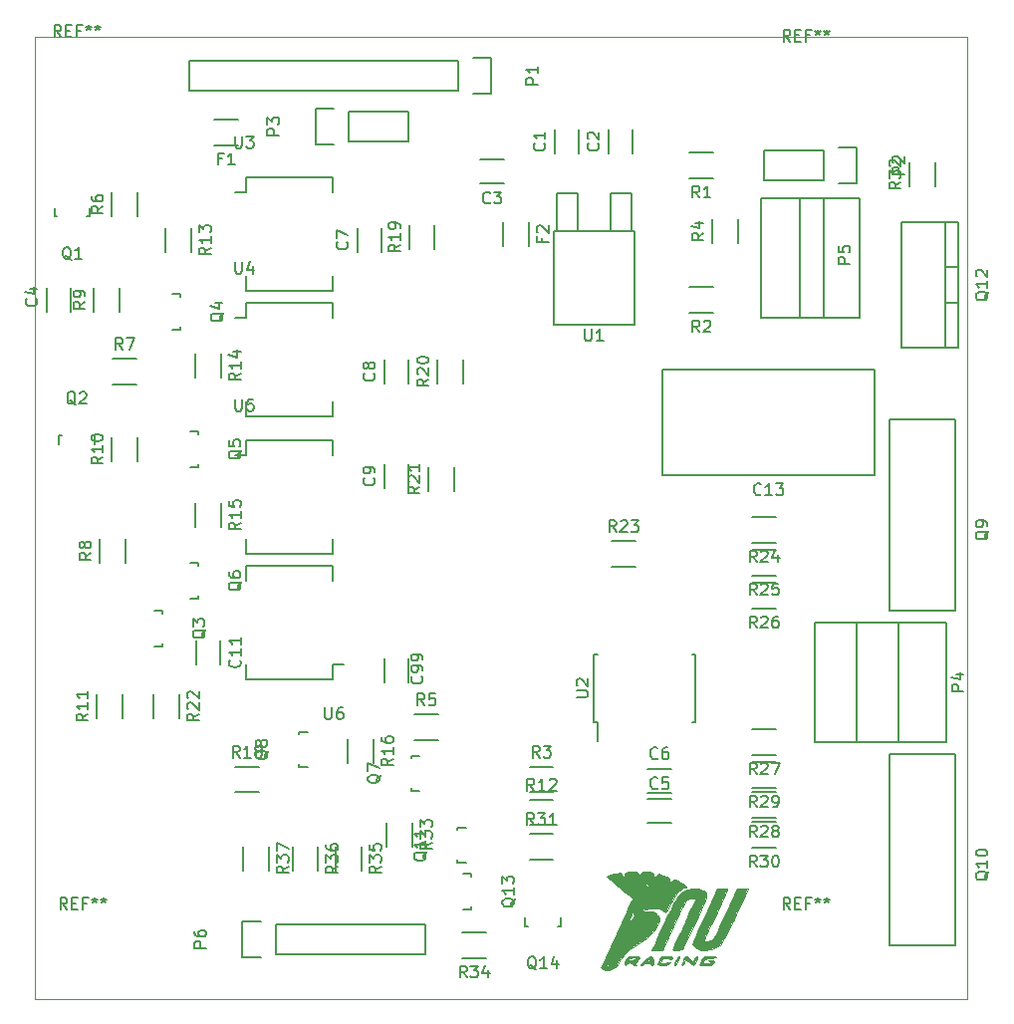
<source format=gbr>
G04 #@! TF.FileFunction,Legend,Top*
%FSLAX46Y46*%
G04 Gerber Fmt 4.6, Leading zero omitted, Abs format (unit mm)*
G04 Created by KiCad (PCBNEW (after 2015-mar-04 BZR unknown)-product) date 26/07/2015 13:07:27*
%MOMM*%
G01*
G04 APERTURE LIST*
%ADD10C,0.100000*%
%ADD11C,0.150000*%
G04 APERTURE END LIST*
D10*
X106172000Y-34036000D02*
X106172000Y-115824000D01*
X185420000Y-34036000D02*
X106172000Y-34036000D01*
X185420000Y-115824000D02*
X185420000Y-34036000D01*
X106172000Y-115824000D02*
X185420000Y-115824000D01*
G36*
X161538429Y-106312449D02*
X161429703Y-106341333D01*
X161298045Y-106388162D01*
X161092682Y-106507134D01*
X160977294Y-106586261D01*
X160767359Y-106775073D01*
X160561025Y-107045325D01*
X160334585Y-107430053D01*
X160233055Y-107623427D01*
X160038286Y-108002618D01*
X159906094Y-108253312D01*
X159821419Y-108397497D01*
X159769200Y-108457161D01*
X159734374Y-108454294D01*
X159701880Y-108410883D01*
X159697896Y-108404723D01*
X159515489Y-108260720D01*
X159215913Y-108165528D01*
X158845375Y-108123426D01*
X158496000Y-108136920D01*
X158496000Y-106520109D01*
X158444258Y-106406133D01*
X158316693Y-106233662D01*
X158285857Y-106197888D01*
X158139971Y-106051101D01*
X158050512Y-106025914D01*
X157987730Y-106087333D01*
X157949282Y-106231477D01*
X157949339Y-106449051D01*
X157979876Y-106679219D01*
X158032864Y-106861144D01*
X158099440Y-106934000D01*
X158104398Y-106858191D01*
X158098188Y-106665299D01*
X158090662Y-106531833D01*
X158065103Y-106129667D01*
X158280552Y-106367221D01*
X158416177Y-106497758D01*
X158490923Y-106532767D01*
X158496000Y-106520109D01*
X158496000Y-108136920D01*
X158450081Y-108138694D01*
X158076235Y-108215612D01*
X157988000Y-108246333D01*
X157691667Y-108360451D01*
X158130655Y-108366892D01*
X158566006Y-108403100D01*
X158874506Y-108505453D01*
X159090095Y-108686996D01*
X159138824Y-108754392D01*
X159227780Y-108933602D01*
X159230625Y-109118451D01*
X159185995Y-109295792D01*
X158987956Y-109715513D01*
X158652012Y-110153694D01*
X158203935Y-110585396D01*
X157669498Y-110985679D01*
X157099649Y-111316591D01*
X157099649Y-108744706D01*
X157070604Y-108620217D01*
X156997256Y-108421940D01*
X156900033Y-108603604D01*
X156792188Y-108829274D01*
X156719280Y-109004966D01*
X156672144Y-109154586D01*
X156709727Y-109179812D01*
X156789672Y-109142288D01*
X156971154Y-109012236D01*
X157043772Y-108939203D01*
X157099649Y-108744706D01*
X157099649Y-111316591D01*
X157094655Y-111319492D01*
X156672270Y-111600931D01*
X156268634Y-111990386D01*
X155938563Y-112430426D01*
X155813373Y-112661952D01*
X155662331Y-112942908D01*
X155500440Y-113114850D01*
X155275630Y-113233002D01*
X155274507Y-113233452D01*
X154950683Y-113340135D01*
X154884910Y-113344015D01*
X154884910Y-112990378D01*
X154884008Y-112854140D01*
X154851635Y-112816048D01*
X154787836Y-112843919D01*
X154770667Y-112940336D01*
X154789468Y-113092891D01*
X154840001Y-113083323D01*
X154884910Y-112990378D01*
X154884910Y-113344015D01*
X154709214Y-113354381D01*
X154492285Y-113278753D01*
X154474333Y-113268939D01*
X154332439Y-113187889D01*
X154282086Y-113156877D01*
X154311490Y-113078997D01*
X154405170Y-112864627D01*
X154555458Y-112530570D01*
X154754688Y-112093629D01*
X154995193Y-111570603D01*
X155269306Y-110978297D01*
X155569360Y-110333511D01*
X155615586Y-110234474D01*
X155919906Y-109581214D01*
X156200408Y-108976144D01*
X156449254Y-108436396D01*
X156658607Y-107979099D01*
X156820630Y-107621382D01*
X156927485Y-107380374D01*
X156971334Y-107273207D01*
X156972000Y-107269907D01*
X156908323Y-107200981D01*
X156731925Y-107047542D01*
X156464758Y-106827732D01*
X156128771Y-106559693D01*
X155836263Y-106331298D01*
X155466565Y-106039589D01*
X155153839Y-105782067D01*
X154918725Y-105576624D01*
X154781863Y-105441155D01*
X154756763Y-105395394D01*
X154862293Y-105346647D01*
X155083731Y-105274464D01*
X155360965Y-105197705D01*
X155654614Y-105125251D01*
X155830915Y-105098427D01*
X155936243Y-105119633D01*
X156016974Y-105191271D01*
X156051870Y-105233477D01*
X156189736Y-105380263D01*
X156266092Y-105381115D01*
X156307740Y-105234581D01*
X156309945Y-105219500D01*
X156342933Y-105112533D01*
X156430908Y-105051241D01*
X156615009Y-105019268D01*
X156851594Y-105004171D01*
X157142015Y-104996700D01*
X157311113Y-105018440D01*
X157406132Y-105082523D01*
X157460755Y-105173505D01*
X157555321Y-105367667D01*
X157612202Y-105177167D01*
X157679933Y-105052151D01*
X157818163Y-104997541D01*
X158019041Y-104987823D01*
X158390800Y-105007012D01*
X158620053Y-105068213D01*
X158730560Y-105181339D01*
X158750000Y-105292875D01*
X158782838Y-105460348D01*
X158873033Y-105472793D01*
X159008109Y-105329443D01*
X159021594Y-105309547D01*
X159144509Y-105124427D01*
X159603421Y-105290663D01*
X159866079Y-105395446D01*
X160003785Y-105487117D01*
X160054503Y-105598738D01*
X160058996Y-105687450D01*
X160068894Y-105865491D01*
X160125610Y-105901134D01*
X160258743Y-105801981D01*
X160312274Y-105752480D01*
X160409152Y-105669925D01*
X160499890Y-105641979D01*
X160626991Y-105676606D01*
X160832956Y-105781770D01*
X161016231Y-105884383D01*
X161331578Y-106077953D01*
X161507476Y-106222666D01*
X161538429Y-106312449D01*
X161538429Y-106312449D01*
X161538429Y-106312449D01*
G37*
X161538429Y-106312449D02*
X161429703Y-106341333D01*
X161298045Y-106388162D01*
X161092682Y-106507134D01*
X160977294Y-106586261D01*
X160767359Y-106775073D01*
X160561025Y-107045325D01*
X160334585Y-107430053D01*
X160233055Y-107623427D01*
X160038286Y-108002618D01*
X159906094Y-108253312D01*
X159821419Y-108397497D01*
X159769200Y-108457161D01*
X159734374Y-108454294D01*
X159701880Y-108410883D01*
X159697896Y-108404723D01*
X159515489Y-108260720D01*
X159215913Y-108165528D01*
X158845375Y-108123426D01*
X158496000Y-108136920D01*
X158496000Y-106520109D01*
X158444258Y-106406133D01*
X158316693Y-106233662D01*
X158285857Y-106197888D01*
X158139971Y-106051101D01*
X158050512Y-106025914D01*
X157987730Y-106087333D01*
X157949282Y-106231477D01*
X157949339Y-106449051D01*
X157979876Y-106679219D01*
X158032864Y-106861144D01*
X158099440Y-106934000D01*
X158104398Y-106858191D01*
X158098188Y-106665299D01*
X158090662Y-106531833D01*
X158065103Y-106129667D01*
X158280552Y-106367221D01*
X158416177Y-106497758D01*
X158490923Y-106532767D01*
X158496000Y-106520109D01*
X158496000Y-108136920D01*
X158450081Y-108138694D01*
X158076235Y-108215612D01*
X157988000Y-108246333D01*
X157691667Y-108360451D01*
X158130655Y-108366892D01*
X158566006Y-108403100D01*
X158874506Y-108505453D01*
X159090095Y-108686996D01*
X159138824Y-108754392D01*
X159227780Y-108933602D01*
X159230625Y-109118451D01*
X159185995Y-109295792D01*
X158987956Y-109715513D01*
X158652012Y-110153694D01*
X158203935Y-110585396D01*
X157669498Y-110985679D01*
X157099649Y-111316591D01*
X157099649Y-108744706D01*
X157070604Y-108620217D01*
X156997256Y-108421940D01*
X156900033Y-108603604D01*
X156792188Y-108829274D01*
X156719280Y-109004966D01*
X156672144Y-109154586D01*
X156709727Y-109179812D01*
X156789672Y-109142288D01*
X156971154Y-109012236D01*
X157043772Y-108939203D01*
X157099649Y-108744706D01*
X157099649Y-111316591D01*
X157094655Y-111319492D01*
X156672270Y-111600931D01*
X156268634Y-111990386D01*
X155938563Y-112430426D01*
X155813373Y-112661952D01*
X155662331Y-112942908D01*
X155500440Y-113114850D01*
X155275630Y-113233002D01*
X155274507Y-113233452D01*
X154950683Y-113340135D01*
X154884910Y-113344015D01*
X154884910Y-112990378D01*
X154884008Y-112854140D01*
X154851635Y-112816048D01*
X154787836Y-112843919D01*
X154770667Y-112940336D01*
X154789468Y-113092891D01*
X154840001Y-113083323D01*
X154884910Y-112990378D01*
X154884910Y-113344015D01*
X154709214Y-113354381D01*
X154492285Y-113278753D01*
X154474333Y-113268939D01*
X154332439Y-113187889D01*
X154282086Y-113156877D01*
X154311490Y-113078997D01*
X154405170Y-112864627D01*
X154555458Y-112530570D01*
X154754688Y-112093629D01*
X154995193Y-111570603D01*
X155269306Y-110978297D01*
X155569360Y-110333511D01*
X155615586Y-110234474D01*
X155919906Y-109581214D01*
X156200408Y-108976144D01*
X156449254Y-108436396D01*
X156658607Y-107979099D01*
X156820630Y-107621382D01*
X156927485Y-107380374D01*
X156971334Y-107273207D01*
X156972000Y-107269907D01*
X156908323Y-107200981D01*
X156731925Y-107047542D01*
X156464758Y-106827732D01*
X156128771Y-106559693D01*
X155836263Y-106331298D01*
X155466565Y-106039589D01*
X155153839Y-105782067D01*
X154918725Y-105576624D01*
X154781863Y-105441155D01*
X154756763Y-105395394D01*
X154862293Y-105346647D01*
X155083731Y-105274464D01*
X155360965Y-105197705D01*
X155654614Y-105125251D01*
X155830915Y-105098427D01*
X155936243Y-105119633D01*
X156016974Y-105191271D01*
X156051870Y-105233477D01*
X156189736Y-105380263D01*
X156266092Y-105381115D01*
X156307740Y-105234581D01*
X156309945Y-105219500D01*
X156342933Y-105112533D01*
X156430908Y-105051241D01*
X156615009Y-105019268D01*
X156851594Y-105004171D01*
X157142015Y-104996700D01*
X157311113Y-105018440D01*
X157406132Y-105082523D01*
X157460755Y-105173505D01*
X157555321Y-105367667D01*
X157612202Y-105177167D01*
X157679933Y-105052151D01*
X157818163Y-104997541D01*
X158019041Y-104987823D01*
X158390800Y-105007012D01*
X158620053Y-105068213D01*
X158730560Y-105181339D01*
X158750000Y-105292875D01*
X158782838Y-105460348D01*
X158873033Y-105472793D01*
X159008109Y-105329443D01*
X159021594Y-105309547D01*
X159144509Y-105124427D01*
X159603421Y-105290663D01*
X159866079Y-105395446D01*
X160003785Y-105487117D01*
X160054503Y-105598738D01*
X160058996Y-105687450D01*
X160068894Y-105865491D01*
X160125610Y-105901134D01*
X160258743Y-105801981D01*
X160312274Y-105752480D01*
X160409152Y-105669925D01*
X160499890Y-105641979D01*
X160626991Y-105676606D01*
X160832956Y-105781770D01*
X161016231Y-105884383D01*
X161331578Y-106077953D01*
X161507476Y-106222666D01*
X161538429Y-106312449D01*
X161538429Y-106312449D01*
G36*
X157551824Y-112274155D02*
X157550301Y-112391763D01*
X157390878Y-112561130D01*
X157357451Y-112588039D01*
X157290011Y-112656013D01*
X157290011Y-112373833D01*
X157253726Y-112295602D01*
X157115790Y-112267630D01*
X156935362Y-112287131D01*
X156771599Y-112351317D01*
X156712998Y-112401027D01*
X156661544Y-112484809D01*
X156717414Y-112515840D01*
X156909809Y-112508430D01*
X156928919Y-112506860D01*
X157146735Y-112464502D01*
X157278267Y-112393505D01*
X157290011Y-112373833D01*
X157290011Y-112656013D01*
X157222964Y-112723592D01*
X157227588Y-112825196D01*
X157247384Y-112848184D01*
X157285431Y-112923673D01*
X157172880Y-112945325D01*
X157168633Y-112945333D01*
X156973174Y-112887424D01*
X156887333Y-112818333D01*
X156741772Y-112710672D01*
X156662642Y-112691333D01*
X156530721Y-112759652D01*
X156494618Y-112818333D01*
X156388629Y-112930847D01*
X156329042Y-112945333D01*
X156275115Y-112908574D01*
X156301449Y-112780038D01*
X156397305Y-112564333D01*
X156582409Y-112183333D01*
X157073538Y-112183333D01*
X157393539Y-112205585D01*
X157551824Y-112274155D01*
X157551824Y-112274155D01*
X157551824Y-112274155D01*
G37*
X157551824Y-112274155D02*
X157550301Y-112391763D01*
X157390878Y-112561130D01*
X157357451Y-112588039D01*
X157290011Y-112656013D01*
X157290011Y-112373833D01*
X157253726Y-112295602D01*
X157115790Y-112267630D01*
X156935362Y-112287131D01*
X156771599Y-112351317D01*
X156712998Y-112401027D01*
X156661544Y-112484809D01*
X156717414Y-112515840D01*
X156909809Y-112508430D01*
X156928919Y-112506860D01*
X157146735Y-112464502D01*
X157278267Y-112393505D01*
X157290011Y-112373833D01*
X157290011Y-112656013D01*
X157222964Y-112723592D01*
X157227588Y-112825196D01*
X157247384Y-112848184D01*
X157285431Y-112923673D01*
X157172880Y-112945325D01*
X157168633Y-112945333D01*
X156973174Y-112887424D01*
X156887333Y-112818333D01*
X156741772Y-112710672D01*
X156662642Y-112691333D01*
X156530721Y-112759652D01*
X156494618Y-112818333D01*
X156388629Y-112930847D01*
X156329042Y-112945333D01*
X156275115Y-112908574D01*
X156301449Y-112780038D01*
X156397305Y-112564333D01*
X156582409Y-112183333D01*
X157073538Y-112183333D01*
X157393539Y-112205585D01*
X157551824Y-112274155D01*
X157551824Y-112274155D01*
G36*
X158742568Y-112730757D02*
X158732510Y-112884596D01*
X158662059Y-112941998D01*
X158623000Y-112945333D01*
X158510328Y-112899616D01*
X158496000Y-112860667D01*
X158496000Y-112526236D01*
X158438984Y-112411930D01*
X158310103Y-112421557D01*
X158270957Y-112448435D01*
X158165366Y-112575904D01*
X158202107Y-112641560D01*
X158326667Y-112631199D01*
X158463778Y-112570164D01*
X158496000Y-112526236D01*
X158496000Y-112860667D01*
X158421662Y-112804324D01*
X158239259Y-112776598D01*
X158204663Y-112776000D01*
X157993774Y-112798435D01*
X157866748Y-112853197D01*
X157861000Y-112860667D01*
X157740212Y-112934092D01*
X157665503Y-112943592D01*
X157636921Y-112895383D01*
X157745275Y-112755825D01*
X157945667Y-112565845D01*
X158243574Y-112322591D01*
X158453003Y-112208985D01*
X158591116Y-112222334D01*
X158675072Y-112359945D01*
X158697083Y-112447917D01*
X158742568Y-112730757D01*
X158742568Y-112730757D01*
X158742568Y-112730757D01*
G37*
X158742568Y-112730757D02*
X158732510Y-112884596D01*
X158662059Y-112941998D01*
X158623000Y-112945333D01*
X158510328Y-112899616D01*
X158496000Y-112860667D01*
X158496000Y-112526236D01*
X158438984Y-112411930D01*
X158310103Y-112421557D01*
X158270957Y-112448435D01*
X158165366Y-112575904D01*
X158202107Y-112641560D01*
X158326667Y-112631199D01*
X158463778Y-112570164D01*
X158496000Y-112526236D01*
X158496000Y-112860667D01*
X158421662Y-112804324D01*
X158239259Y-112776598D01*
X158204663Y-112776000D01*
X157993774Y-112798435D01*
X157866748Y-112853197D01*
X157861000Y-112860667D01*
X157740212Y-112934092D01*
X157665503Y-112943592D01*
X157636921Y-112895383D01*
X157745275Y-112755825D01*
X157945667Y-112565845D01*
X158243574Y-112322591D01*
X158453003Y-112208985D01*
X158591116Y-112222334D01*
X158675072Y-112359945D01*
X158697083Y-112447917D01*
X158742568Y-112730757D01*
X158742568Y-112730757D01*
G36*
X160358667Y-112308713D02*
X160325312Y-112382412D01*
X160200230Y-112403066D01*
X159965044Y-112380142D01*
X159705982Y-112358332D01*
X159553651Y-112391411D01*
X159457044Y-112482610D01*
X159346717Y-112674889D01*
X159372423Y-112775562D01*
X159541054Y-112792653D01*
X159702500Y-112768319D01*
X159984737Y-112716452D01*
X160129240Y-112702638D01*
X160164044Y-112730361D01*
X160117184Y-112803108D01*
X160104667Y-112818333D01*
X159971876Y-112890829D01*
X159752825Y-112935107D01*
X159501806Y-112950036D01*
X159273111Y-112934484D01*
X159121033Y-112887321D01*
X159088983Y-112839500D01*
X159130617Y-112702115D01*
X159232818Y-112499385D01*
X159257072Y-112458500D01*
X159367949Y-112299317D01*
X159488062Y-112217312D01*
X159675831Y-112187159D01*
X159891755Y-112183333D01*
X160174016Y-112194954D01*
X160319269Y-112235381D01*
X160358667Y-112308713D01*
X160358667Y-112308713D01*
X160358667Y-112308713D01*
G37*
X160358667Y-112308713D02*
X160325312Y-112382412D01*
X160200230Y-112403066D01*
X159965044Y-112380142D01*
X159705982Y-112358332D01*
X159553651Y-112391411D01*
X159457044Y-112482610D01*
X159346717Y-112674889D01*
X159372423Y-112775562D01*
X159541054Y-112792653D01*
X159702500Y-112768319D01*
X159984737Y-112716452D01*
X160129240Y-112702638D01*
X160164044Y-112730361D01*
X160117184Y-112803108D01*
X160104667Y-112818333D01*
X159971876Y-112890829D01*
X159752825Y-112935107D01*
X159501806Y-112950036D01*
X159273111Y-112934484D01*
X159121033Y-112887321D01*
X159088983Y-112839500D01*
X159130617Y-112702115D01*
X159232818Y-112499385D01*
X159257072Y-112458500D01*
X159367949Y-112299317D01*
X159488062Y-112217312D01*
X159675831Y-112187159D01*
X159891755Y-112183333D01*
X160174016Y-112194954D01*
X160319269Y-112235381D01*
X160358667Y-112308713D01*
X160358667Y-112308713D01*
G36*
X160974043Y-112205439D02*
X160968933Y-112291074D01*
X160886570Y-112485515D01*
X160851909Y-112557718D01*
X160709139Y-112806391D01*
X160593904Y-112934541D01*
X160526691Y-112939793D01*
X160527990Y-112819771D01*
X160612259Y-112585500D01*
X160735361Y-112364294D01*
X160860535Y-112221721D01*
X160906567Y-112197885D01*
X160974043Y-112205439D01*
X160974043Y-112205439D01*
X160974043Y-112205439D01*
G37*
X160974043Y-112205439D02*
X160968933Y-112291074D01*
X160886570Y-112485515D01*
X160851909Y-112557718D01*
X160709139Y-112806391D01*
X160593904Y-112934541D01*
X160526691Y-112939793D01*
X160527990Y-112819771D01*
X160612259Y-112585500D01*
X160735361Y-112364294D01*
X160860535Y-112221721D01*
X160906567Y-112197885D01*
X160974043Y-112205439D01*
X160974043Y-112205439D01*
G36*
X162493595Y-112217842D02*
X162472870Y-112341943D01*
X162391336Y-112541563D01*
X162275853Y-112762607D01*
X162169504Y-112906893D01*
X162134142Y-112932064D01*
X162020376Y-112897299D01*
X161844749Y-112772115D01*
X161758851Y-112694420D01*
X161480370Y-112424505D01*
X161389589Y-112684919D01*
X161300243Y-112863815D01*
X161206458Y-112944906D01*
X161200679Y-112945333D01*
X161142769Y-112884574D01*
X161162601Y-112797167D01*
X161236674Y-112605881D01*
X161306942Y-112416167D01*
X161396045Y-112242702D01*
X161509301Y-112200015D01*
X161674368Y-112289955D01*
X161856433Y-112452938D01*
X162134595Y-112722543D01*
X162228580Y-112452938D01*
X162322915Y-112270052D01*
X162427397Y-112184244D01*
X162437143Y-112183333D01*
X162493595Y-112217842D01*
X162493595Y-112217842D01*
X162493595Y-112217842D01*
G37*
X162493595Y-112217842D02*
X162472870Y-112341943D01*
X162391336Y-112541563D01*
X162275853Y-112762607D01*
X162169504Y-112906893D01*
X162134142Y-112932064D01*
X162020376Y-112897299D01*
X161844749Y-112772115D01*
X161758851Y-112694420D01*
X161480370Y-112424505D01*
X161389589Y-112684919D01*
X161300243Y-112863815D01*
X161206458Y-112944906D01*
X161200679Y-112945333D01*
X161142769Y-112884574D01*
X161162601Y-112797167D01*
X161236674Y-112605881D01*
X161306942Y-112416167D01*
X161396045Y-112242702D01*
X161509301Y-112200015D01*
X161674368Y-112289955D01*
X161856433Y-112452938D01*
X162134595Y-112722543D01*
X162228580Y-112452938D01*
X162322915Y-112270052D01*
X162427397Y-112184244D01*
X162437143Y-112183333D01*
X162493595Y-112217842D01*
X162493595Y-112217842D01*
G36*
X164044163Y-112263961D02*
X163934854Y-112313983D01*
X163714018Y-112346151D01*
X163542260Y-112352667D01*
X163272696Y-112362391D01*
X163119563Y-112405176D01*
X163030432Y-112501441D01*
X162998739Y-112564333D01*
X162948354Y-112694451D01*
X162977611Y-112756035D01*
X163120750Y-112774718D01*
X163281482Y-112776000D01*
X163547653Y-112763919D01*
X163648208Y-112726457D01*
X163585220Y-112661782D01*
X163470167Y-112609305D01*
X163368725Y-112559890D01*
X163402986Y-112536183D01*
X163589506Y-112527499D01*
X163597167Y-112527367D01*
X163819751Y-112533009D01*
X163901039Y-112580553D01*
X163868690Y-112700588D01*
X163827021Y-112781566D01*
X163749125Y-112873286D01*
X163610989Y-112923487D01*
X163369381Y-112943320D01*
X163192021Y-112945333D01*
X162913374Y-112936390D01*
X162717656Y-112912997D01*
X162648733Y-112881833D01*
X162685542Y-112770852D01*
X162771659Y-112575560D01*
X162797360Y-112522000D01*
X162881546Y-112365204D01*
X162973443Y-112274458D01*
X163120062Y-112228857D01*
X163368413Y-112207497D01*
X163520453Y-112200461D01*
X163855757Y-112196980D01*
X164025602Y-112223106D01*
X164044163Y-112263961D01*
X164044163Y-112263961D01*
X164044163Y-112263961D01*
G37*
X164044163Y-112263961D02*
X163934854Y-112313983D01*
X163714018Y-112346151D01*
X163542260Y-112352667D01*
X163272696Y-112362391D01*
X163119563Y-112405176D01*
X163030432Y-112501441D01*
X162998739Y-112564333D01*
X162948354Y-112694451D01*
X162977611Y-112756035D01*
X163120750Y-112774718D01*
X163281482Y-112776000D01*
X163547653Y-112763919D01*
X163648208Y-112726457D01*
X163585220Y-112661782D01*
X163470167Y-112609305D01*
X163368725Y-112559890D01*
X163402986Y-112536183D01*
X163589506Y-112527499D01*
X163597167Y-112527367D01*
X163819751Y-112533009D01*
X163901039Y-112580553D01*
X163868690Y-112700588D01*
X163827021Y-112781566D01*
X163749125Y-112873286D01*
X163610989Y-112923487D01*
X163369381Y-112943320D01*
X163192021Y-112945333D01*
X162913374Y-112936390D01*
X162717656Y-112912997D01*
X162648733Y-112881833D01*
X162685542Y-112770852D01*
X162771659Y-112575560D01*
X162797360Y-112522000D01*
X162881546Y-112365204D01*
X162973443Y-112274458D01*
X163120062Y-112228857D01*
X163368413Y-112207497D01*
X163520453Y-112200461D01*
X163855757Y-112196980D01*
X164025602Y-112223106D01*
X164044163Y-112263961D01*
X164044163Y-112263961D01*
G36*
X163225035Y-106963115D02*
X163203002Y-107158487D01*
X163128858Y-107423495D01*
X162998008Y-107774713D01*
X162805853Y-108228714D01*
X162547797Y-108802073D01*
X162233400Y-109481023D01*
X161229466Y-111633000D01*
X160794066Y-111658591D01*
X160548874Y-111661133D01*
X160390680Y-111639993D01*
X160358067Y-111616258D01*
X160392406Y-111524515D01*
X160489566Y-111300073D01*
X160640271Y-110963449D01*
X160835246Y-110535163D01*
X161065214Y-110035733D01*
X161320899Y-109485676D01*
X161331734Y-109462475D01*
X161588124Y-108911719D01*
X161819254Y-108411697D01*
X162015861Y-107982732D01*
X162168685Y-107645151D01*
X162268461Y-107419276D01*
X162305927Y-107325434D01*
X162306000Y-107324642D01*
X162235038Y-107273191D01*
X162061643Y-107264835D01*
X161845048Y-107292296D01*
X161644485Y-107348295D01*
X161523164Y-107420833D01*
X161453212Y-107535242D01*
X161323608Y-107781703D01*
X161145164Y-108138291D01*
X160928693Y-108583081D01*
X160685006Y-109094148D01*
X160437637Y-109622167D01*
X159483857Y-111675333D01*
X159036921Y-111675333D01*
X158589985Y-111675333D01*
X158787911Y-111230833D01*
X159070481Y-110605422D01*
X159365937Y-109967860D01*
X159663952Y-109338979D01*
X159954201Y-108739613D01*
X160226357Y-108190595D01*
X160470093Y-107712758D01*
X160675085Y-107326935D01*
X160831005Y-107053960D01*
X160927024Y-106915187D01*
X161244167Y-106686071D01*
X161655694Y-106530308D01*
X162108785Y-106455103D01*
X162550620Y-106467662D01*
X162928381Y-106575188D01*
X163024445Y-106629080D01*
X163131160Y-106714985D01*
X163199555Y-106820806D01*
X163225035Y-106963115D01*
X163225035Y-106963115D01*
X163225035Y-106963115D01*
G37*
X163225035Y-106963115D02*
X163203002Y-107158487D01*
X163128858Y-107423495D01*
X162998008Y-107774713D01*
X162805853Y-108228714D01*
X162547797Y-108802073D01*
X162233400Y-109481023D01*
X161229466Y-111633000D01*
X160794066Y-111658591D01*
X160548874Y-111661133D01*
X160390680Y-111639993D01*
X160358067Y-111616258D01*
X160392406Y-111524515D01*
X160489566Y-111300073D01*
X160640271Y-110963449D01*
X160835246Y-110535163D01*
X161065214Y-110035733D01*
X161320899Y-109485676D01*
X161331734Y-109462475D01*
X161588124Y-108911719D01*
X161819254Y-108411697D01*
X162015861Y-107982732D01*
X162168685Y-107645151D01*
X162268461Y-107419276D01*
X162305927Y-107325434D01*
X162306000Y-107324642D01*
X162235038Y-107273191D01*
X162061643Y-107264835D01*
X161845048Y-107292296D01*
X161644485Y-107348295D01*
X161523164Y-107420833D01*
X161453212Y-107535242D01*
X161323608Y-107781703D01*
X161145164Y-108138291D01*
X160928693Y-108583081D01*
X160685006Y-109094148D01*
X160437637Y-109622167D01*
X159483857Y-111675333D01*
X159036921Y-111675333D01*
X158589985Y-111675333D01*
X158787911Y-111230833D01*
X159070481Y-110605422D01*
X159365937Y-109967860D01*
X159663952Y-109338979D01*
X159954201Y-108739613D01*
X160226357Y-108190595D01*
X160470093Y-107712758D01*
X160675085Y-107326935D01*
X160831005Y-107053960D01*
X160927024Y-106915187D01*
X161244167Y-106686071D01*
X161655694Y-106530308D01*
X162108785Y-106455103D01*
X162550620Y-106467662D01*
X162928381Y-106575188D01*
X163024445Y-106629080D01*
X163131160Y-106714985D01*
X163199555Y-106820806D01*
X163225035Y-106963115D01*
X163225035Y-106963115D01*
G36*
X166782713Y-106426000D02*
X166523610Y-106997500D01*
X166192824Y-107720385D01*
X165866944Y-108419985D01*
X165554762Y-109078380D01*
X165265068Y-109677650D01*
X165006654Y-110199876D01*
X164788313Y-110627139D01*
X164618834Y-110941519D01*
X164507009Y-111125096D01*
X164484664Y-111153478D01*
X164109892Y-111439558D01*
X163623350Y-111615873D01*
X163082654Y-111673474D01*
X162774438Y-111665920D01*
X162574482Y-111627914D01*
X162422097Y-111540421D01*
X162299487Y-111427846D01*
X162143456Y-111246320D01*
X162058099Y-111097410D01*
X162052611Y-111068013D01*
X162087343Y-110965140D01*
X162185229Y-110729301D01*
X162337292Y-110380731D01*
X162534553Y-109939663D01*
X162768033Y-109426333D01*
X163028754Y-108860975D01*
X163098013Y-108712000D01*
X164142802Y-106468333D01*
X164586257Y-106442493D01*
X164842318Y-106433156D01*
X164966041Y-106452653D01*
X164993662Y-106513800D01*
X164977578Y-106580909D01*
X164927422Y-106703020D01*
X164815920Y-106953752D01*
X164654227Y-107308699D01*
X164453503Y-107743458D01*
X164224904Y-108233623D01*
X164114198Y-108469416D01*
X163868472Y-108992914D01*
X163637597Y-109487049D01*
X163434689Y-109923568D01*
X163272866Y-110274221D01*
X163165245Y-110510757D01*
X163141264Y-110564900D01*
X162979578Y-110936133D01*
X163332547Y-110888790D01*
X163594025Y-110822220D01*
X163801651Y-110716214D01*
X163835353Y-110686890D01*
X163910174Y-110570627D01*
X164044158Y-110322294D01*
X164226299Y-109963931D01*
X164445593Y-109517578D01*
X164691036Y-109005276D01*
X164937667Y-108479167D01*
X165890143Y-106426000D01*
X166336428Y-106426000D01*
X166782713Y-106426000D01*
X166782713Y-106426000D01*
X166782713Y-106426000D01*
G37*
X166782713Y-106426000D02*
X166523610Y-106997500D01*
X166192824Y-107720385D01*
X165866944Y-108419985D01*
X165554762Y-109078380D01*
X165265068Y-109677650D01*
X165006654Y-110199876D01*
X164788313Y-110627139D01*
X164618834Y-110941519D01*
X164507009Y-111125096D01*
X164484664Y-111153478D01*
X164109892Y-111439558D01*
X163623350Y-111615873D01*
X163082654Y-111673474D01*
X162774438Y-111665920D01*
X162574482Y-111627914D01*
X162422097Y-111540421D01*
X162299487Y-111427846D01*
X162143456Y-111246320D01*
X162058099Y-111097410D01*
X162052611Y-111068013D01*
X162087343Y-110965140D01*
X162185229Y-110729301D01*
X162337292Y-110380731D01*
X162534553Y-109939663D01*
X162768033Y-109426333D01*
X163028754Y-108860975D01*
X163098013Y-108712000D01*
X164142802Y-106468333D01*
X164586257Y-106442493D01*
X164842318Y-106433156D01*
X164966041Y-106452653D01*
X164993662Y-106513800D01*
X164977578Y-106580909D01*
X164927422Y-106703020D01*
X164815920Y-106953752D01*
X164654227Y-107308699D01*
X164453503Y-107743458D01*
X164224904Y-108233623D01*
X164114198Y-108469416D01*
X163868472Y-108992914D01*
X163637597Y-109487049D01*
X163434689Y-109923568D01*
X163272866Y-110274221D01*
X163165245Y-110510757D01*
X163141264Y-110564900D01*
X162979578Y-110936133D01*
X163332547Y-110888790D01*
X163594025Y-110822220D01*
X163801651Y-110716214D01*
X163835353Y-110686890D01*
X163910174Y-110570627D01*
X164044158Y-110322294D01*
X164226299Y-109963931D01*
X164445593Y-109517578D01*
X164691036Y-109005276D01*
X164937667Y-108479167D01*
X165890143Y-106426000D01*
X166336428Y-106426000D01*
X166782713Y-106426000D01*
X166782713Y-106426000D01*
D11*
X171196000Y-47752000D02*
X171196000Y-57912000D01*
X173228000Y-47752000D02*
X173228000Y-57912000D01*
X176276000Y-47752000D02*
X167894000Y-47752000D01*
X167894000Y-47752000D02*
X167894000Y-57912000D01*
X167894000Y-57912000D02*
X176276000Y-57912000D01*
X176276000Y-57912000D02*
X176276000Y-47752000D01*
X110846820Y-48590200D02*
X110846820Y-49291240D01*
X110846820Y-49291240D02*
X110597900Y-49291240D01*
X108047840Y-49291240D02*
X107847180Y-49291240D01*
X107847180Y-49291240D02*
X107847180Y-48590200D01*
X176022000Y-83820000D02*
X176022000Y-93980000D01*
X179578000Y-83820000D02*
X179578000Y-93980000D01*
X183642000Y-83820000D02*
X183642000Y-93980000D01*
X183642000Y-93980000D02*
X172466000Y-93980000D01*
X172466000Y-93980000D02*
X172466000Y-83820000D01*
X172466000Y-83820000D02*
X183642000Y-83820000D01*
X150359000Y-41926000D02*
X150359000Y-43926000D01*
X152409000Y-43926000D02*
X152409000Y-41926000D01*
X154931000Y-41926000D02*
X154931000Y-43926000D01*
X156981000Y-43926000D02*
X156981000Y-41926000D01*
X144034000Y-46491000D02*
X146034000Y-46491000D01*
X146034000Y-44441000D02*
X144034000Y-44441000D01*
X109229000Y-57388000D02*
X109229000Y-55388000D01*
X107179000Y-55388000D02*
X107179000Y-57388000D01*
X160258000Y-98797000D02*
X158258000Y-98797000D01*
X158258000Y-100847000D02*
X160258000Y-100847000D01*
X160258000Y-96257000D02*
X158258000Y-96257000D01*
X158258000Y-98307000D02*
X160258000Y-98307000D01*
X133595000Y-50308000D02*
X133595000Y-52308000D01*
X135645000Y-52308000D02*
X135645000Y-50308000D01*
X135881000Y-61484000D02*
X135881000Y-63484000D01*
X137931000Y-63484000D02*
X137931000Y-61484000D01*
X135881000Y-70374000D02*
X135881000Y-72374000D01*
X137931000Y-72374000D02*
X137931000Y-70374000D01*
X121929000Y-87360000D02*
X121929000Y-85360000D01*
X119879000Y-85360000D02*
X119879000Y-87360000D01*
X121428000Y-41089000D02*
X123428000Y-41089000D01*
X123428000Y-43239000D02*
X121428000Y-43239000D01*
X145991000Y-51800000D02*
X145991000Y-49800000D01*
X148141000Y-49800000D02*
X148141000Y-51800000D01*
X142113000Y-38608000D02*
X119253000Y-38608000D01*
X119253000Y-38608000D02*
X119253000Y-36068000D01*
X119253000Y-36068000D02*
X142113000Y-36068000D01*
X144933000Y-38888000D02*
X143383000Y-38888000D01*
X142113000Y-38608000D02*
X142113000Y-36068000D01*
X143383000Y-35788000D02*
X144933000Y-35788000D01*
X144933000Y-35788000D02*
X144933000Y-38888000D01*
X173228000Y-43688000D02*
X168148000Y-43688000D01*
X168148000Y-43688000D02*
X168148000Y-46228000D01*
X168148000Y-46228000D02*
X173228000Y-46228000D01*
X176048000Y-46508000D02*
X174498000Y-46508000D01*
X173228000Y-46228000D02*
X173228000Y-43688000D01*
X174498000Y-43408000D02*
X176048000Y-43408000D01*
X176048000Y-43408000D02*
X176048000Y-46508000D01*
X132842000Y-42926000D02*
X137922000Y-42926000D01*
X137922000Y-42926000D02*
X137922000Y-40386000D01*
X137922000Y-40386000D02*
X132842000Y-40386000D01*
X130022000Y-40106000D02*
X131572000Y-40106000D01*
X132842000Y-40386000D02*
X132842000Y-42926000D01*
X131572000Y-43206000D02*
X130022000Y-43206000D01*
X130022000Y-43206000D02*
X130022000Y-40106000D01*
X126619000Y-109474000D02*
X139319000Y-109474000D01*
X139319000Y-109474000D02*
X139319000Y-112014000D01*
X139319000Y-112014000D02*
X126619000Y-112014000D01*
X123799000Y-109194000D02*
X125349000Y-109194000D01*
X126619000Y-109474000D02*
X126619000Y-112014000D01*
X125349000Y-112294000D02*
X123799000Y-112294000D01*
X123799000Y-112294000D02*
X123799000Y-109194000D01*
X178816000Y-82804000D02*
X184404000Y-82804000D01*
X184404000Y-82804000D02*
X184404000Y-66548000D01*
X184404000Y-66548000D02*
X178816000Y-66548000D01*
X178816000Y-66548000D02*
X178816000Y-82804000D01*
X178816000Y-111252000D02*
X184404000Y-111252000D01*
X184404000Y-111252000D02*
X184404000Y-94996000D01*
X184404000Y-94996000D02*
X178816000Y-94996000D01*
X178816000Y-94996000D02*
X178816000Y-111252000D01*
X184658000Y-53594000D02*
X183515000Y-53594000D01*
X184658000Y-56642000D02*
X183515000Y-56642000D01*
X183515000Y-60452000D02*
X179832000Y-60452000D01*
X179832000Y-60452000D02*
X179832000Y-49784000D01*
X179832000Y-49784000D02*
X183515000Y-49784000D01*
X184658000Y-60452000D02*
X183515000Y-60452000D01*
X183515000Y-60452000D02*
X183515000Y-49784000D01*
X183515000Y-49784000D02*
X184658000Y-49784000D01*
X184658000Y-55118000D02*
X184658000Y-49784000D01*
X184658000Y-55118000D02*
X184658000Y-60452000D01*
X161814000Y-43883000D02*
X163814000Y-43883000D01*
X163814000Y-46033000D02*
X161814000Y-46033000D01*
X161814000Y-55313000D02*
X163814000Y-55313000D01*
X163814000Y-57463000D02*
X161814000Y-57463000D01*
X150225000Y-98230000D02*
X148225000Y-98230000D01*
X148225000Y-96080000D02*
X150225000Y-96080000D01*
X165921000Y-49546000D02*
X165921000Y-51546000D01*
X163771000Y-51546000D02*
X163771000Y-49546000D01*
X140446000Y-93785000D02*
X138446000Y-93785000D01*
X138446000Y-91635000D02*
X140446000Y-91635000D01*
X114867000Y-47260000D02*
X114867000Y-49260000D01*
X112717000Y-49260000D02*
X112717000Y-47260000D01*
X114792000Y-63559000D02*
X112792000Y-63559000D01*
X112792000Y-61409000D02*
X114792000Y-61409000D01*
X113851000Y-76724000D02*
X113851000Y-78724000D01*
X111701000Y-78724000D02*
X111701000Y-76724000D01*
X113343000Y-55388000D02*
X113343000Y-57388000D01*
X111193000Y-57388000D02*
X111193000Y-55388000D01*
X114867000Y-68088000D02*
X114867000Y-70088000D01*
X112717000Y-70088000D02*
X112717000Y-68088000D01*
X113597000Y-89932000D02*
X113597000Y-91932000D01*
X111447000Y-91932000D02*
X111447000Y-89932000D01*
X150225000Y-101024000D02*
X148225000Y-101024000D01*
X148225000Y-98874000D02*
X150225000Y-98874000D01*
X117289000Y-52308000D02*
X117289000Y-50308000D01*
X119439000Y-50308000D02*
X119439000Y-52308000D01*
X119829000Y-62976000D02*
X119829000Y-60976000D01*
X121979000Y-60976000D02*
X121979000Y-62976000D01*
X119829000Y-75676000D02*
X119829000Y-73676000D01*
X121979000Y-73676000D02*
X121979000Y-75676000D01*
X132783000Y-95742000D02*
X132783000Y-93742000D01*
X134933000Y-93742000D02*
X134933000Y-95742000D01*
X125206000Y-98230000D02*
X123206000Y-98230000D01*
X123206000Y-96080000D02*
X125206000Y-96080000D01*
X140140000Y-50054000D02*
X140140000Y-52054000D01*
X137990000Y-52054000D02*
X137990000Y-50054000D01*
X142553000Y-61484000D02*
X142553000Y-63484000D01*
X140403000Y-63484000D02*
X140403000Y-61484000D01*
X141791000Y-70628000D02*
X141791000Y-72628000D01*
X139641000Y-72628000D02*
X139641000Y-70628000D01*
X116273000Y-91932000D02*
X116273000Y-89932000D01*
X118423000Y-89932000D02*
X118423000Y-91932000D01*
X157210000Y-79053000D02*
X155210000Y-79053000D01*
X155210000Y-76903000D02*
X157210000Y-76903000D01*
X167148000Y-74871000D02*
X169148000Y-74871000D01*
X169148000Y-77021000D02*
X167148000Y-77021000D01*
X167148000Y-77665000D02*
X169148000Y-77665000D01*
X169148000Y-79815000D02*
X167148000Y-79815000D01*
X167148000Y-80459000D02*
X169148000Y-80459000D01*
X169148000Y-82609000D02*
X167148000Y-82609000D01*
X167148000Y-92905000D02*
X169148000Y-92905000D01*
X169148000Y-95055000D02*
X167148000Y-95055000D01*
X167148000Y-98239000D02*
X169148000Y-98239000D01*
X169148000Y-100389000D02*
X167148000Y-100389000D01*
X167148000Y-95699000D02*
X169148000Y-95699000D01*
X169148000Y-97849000D02*
X167148000Y-97849000D01*
X167148000Y-100779000D02*
X169148000Y-100779000D01*
X169148000Y-102929000D02*
X167148000Y-102929000D01*
X150225000Y-103945000D02*
X148225000Y-103945000D01*
X148225000Y-101795000D02*
X150225000Y-101795000D01*
X182685000Y-44720000D02*
X182685000Y-46720000D01*
X180535000Y-46720000D02*
X180535000Y-44720000D01*
X136085000Y-102854000D02*
X136085000Y-100854000D01*
X138235000Y-100854000D02*
X138235000Y-102854000D01*
X142510000Y-110177000D02*
X144510000Y-110177000D01*
X144510000Y-112327000D02*
X142510000Y-112327000D01*
X131767000Y-104886000D02*
X131767000Y-102886000D01*
X133917000Y-102886000D02*
X133917000Y-104886000D01*
X153663000Y-92283000D02*
X153963000Y-92283000D01*
X153663000Y-86533000D02*
X153963000Y-86533000D01*
X162313000Y-86533000D02*
X162013000Y-86533000D01*
X162313000Y-92283000D02*
X162013000Y-92283000D01*
X153663000Y-92283000D02*
X153663000Y-86533000D01*
X162313000Y-92283000D02*
X162313000Y-86533000D01*
X153963000Y-92283000D02*
X153963000Y-93883000D01*
X124087000Y-45965000D02*
X124087000Y-47235000D01*
X131437000Y-45965000D02*
X131437000Y-47235000D01*
X131437000Y-55635000D02*
X131437000Y-54365000D01*
X124087000Y-55635000D02*
X124087000Y-54365000D01*
X124087000Y-45965000D02*
X131437000Y-45965000D01*
X124087000Y-55635000D02*
X131437000Y-55635000D01*
X124087000Y-47235000D02*
X123152000Y-47235000D01*
X124087000Y-56633000D02*
X124087000Y-57903000D01*
X131437000Y-56633000D02*
X131437000Y-57903000D01*
X131437000Y-66303000D02*
X131437000Y-65033000D01*
X124087000Y-66303000D02*
X124087000Y-65033000D01*
X124087000Y-56633000D02*
X131437000Y-56633000D01*
X124087000Y-66303000D02*
X131437000Y-66303000D01*
X124087000Y-57903000D02*
X123152000Y-57903000D01*
X124087000Y-68317000D02*
X124087000Y-69587000D01*
X131437000Y-68317000D02*
X131437000Y-69587000D01*
X131437000Y-77987000D02*
X131437000Y-76717000D01*
X124087000Y-77987000D02*
X124087000Y-76717000D01*
X124087000Y-68317000D02*
X131437000Y-68317000D01*
X124087000Y-77987000D02*
X131437000Y-77987000D01*
X124087000Y-69587000D02*
X123152000Y-69587000D01*
X131437000Y-88655000D02*
X131437000Y-87385000D01*
X124087000Y-88655000D02*
X124087000Y-87385000D01*
X124087000Y-78985000D02*
X124087000Y-80255000D01*
X131437000Y-78985000D02*
X131437000Y-80255000D01*
X131437000Y-88655000D02*
X124087000Y-88655000D01*
X131437000Y-78985000D02*
X124087000Y-78985000D01*
X131437000Y-87385000D02*
X132372000Y-87385000D01*
X128084000Y-104886000D02*
X128084000Y-102886000D01*
X130234000Y-102886000D02*
X130234000Y-104886000D01*
X123893000Y-104886000D02*
X123893000Y-102886000D01*
X126043000Y-102886000D02*
X126043000Y-104886000D01*
X150851820Y-108915200D02*
X150851820Y-109616240D01*
X150851820Y-109616240D02*
X150602900Y-109616240D01*
X148052840Y-109616240D02*
X147852180Y-109616240D01*
X147852180Y-109616240D02*
X147852180Y-108915200D01*
X142570200Y-105180180D02*
X143271240Y-105180180D01*
X143271240Y-105180180D02*
X143271240Y-105429100D01*
X143271240Y-107979160D02*
X143271240Y-108179820D01*
X143271240Y-108179820D02*
X142570200Y-108179820D01*
X142798800Y-104242820D02*
X142097760Y-104242820D01*
X142097760Y-104242820D02*
X142097760Y-103993900D01*
X142097760Y-101443840D02*
X142097760Y-101243180D01*
X142097760Y-101243180D02*
X142798800Y-101243180D01*
X129336800Y-96114820D02*
X128635760Y-96114820D01*
X128635760Y-96114820D02*
X128635760Y-95865900D01*
X128635760Y-93315840D02*
X128635760Y-93115180D01*
X128635760Y-93115180D02*
X129336800Y-93115180D01*
X138861800Y-98146820D02*
X138160760Y-98146820D01*
X138160760Y-98146820D02*
X138160760Y-97897900D01*
X138160760Y-95347840D02*
X138160760Y-95147180D01*
X138160760Y-95147180D02*
X138861800Y-95147180D01*
X119329200Y-78764180D02*
X120030240Y-78764180D01*
X120030240Y-78764180D02*
X120030240Y-79013100D01*
X120030240Y-81563160D02*
X120030240Y-81763820D01*
X120030240Y-81763820D02*
X119329200Y-81763820D01*
X119329200Y-67588180D02*
X120030240Y-67588180D01*
X120030240Y-67588180D02*
X120030240Y-67837100D01*
X120030240Y-70387160D02*
X120030240Y-70587820D01*
X120030240Y-70587820D02*
X119329200Y-70587820D01*
X117805200Y-55904180D02*
X118506240Y-55904180D01*
X118506240Y-55904180D02*
X118506240Y-56153100D01*
X118506240Y-58703160D02*
X118506240Y-58903820D01*
X118506240Y-58903820D02*
X117805200Y-58903820D01*
X116281200Y-82828180D02*
X116982240Y-82828180D01*
X116982240Y-82828180D02*
X116982240Y-83077100D01*
X116982240Y-85627160D02*
X116982240Y-85827820D01*
X116982240Y-85827820D02*
X116281200Y-85827820D01*
X108228180Y-68630800D02*
X108228180Y-67929760D01*
X108228180Y-67929760D02*
X108477100Y-67929760D01*
X111027160Y-67929760D02*
X111227820Y-67929760D01*
X111227820Y-67929760D02*
X111227820Y-68630800D01*
X152273000Y-50546000D02*
X152273000Y-47371000D01*
X152273000Y-47371000D02*
X150495000Y-47371000D01*
X150495000Y-47371000D02*
X150495000Y-50546000D01*
X156845000Y-50546000D02*
X156845000Y-47371000D01*
X156845000Y-47371000D02*
X155067000Y-47371000D01*
X155067000Y-47371000D02*
X155067000Y-50546000D01*
X150241000Y-56642000D02*
X150241000Y-50546000D01*
X150241000Y-50546000D02*
X157099000Y-50546000D01*
X157099000Y-50546000D02*
X157099000Y-58420000D01*
X157099000Y-58547000D02*
X150241000Y-58547000D01*
X150241000Y-58420000D02*
X150241000Y-56642000D01*
X177522000Y-71302000D02*
X159522000Y-71302000D01*
X159522000Y-71302000D02*
X159522000Y-62302000D01*
X159522000Y-62302000D02*
X177522000Y-62302000D01*
X177522000Y-62302000D02*
X177522000Y-71302000D01*
X135881000Y-86884000D02*
X135881000Y-88884000D01*
X137931000Y-88884000D02*
X137931000Y-86884000D01*
X108902667Y-108211881D02*
X108569333Y-107735690D01*
X108331238Y-108211881D02*
X108331238Y-107211881D01*
X108712191Y-107211881D01*
X108807429Y-107259500D01*
X108855048Y-107307119D01*
X108902667Y-107402357D01*
X108902667Y-107545214D01*
X108855048Y-107640452D01*
X108807429Y-107688071D01*
X108712191Y-107735690D01*
X108331238Y-107735690D01*
X109331238Y-107688071D02*
X109664572Y-107688071D01*
X109807429Y-108211881D02*
X109331238Y-108211881D01*
X109331238Y-107211881D01*
X109807429Y-107211881D01*
X110569334Y-107688071D02*
X110236000Y-107688071D01*
X110236000Y-108211881D02*
X110236000Y-107211881D01*
X110712191Y-107211881D01*
X111236000Y-107211881D02*
X111236000Y-107449976D01*
X110997905Y-107354738D02*
X111236000Y-107449976D01*
X111474096Y-107354738D01*
X111093143Y-107640452D02*
X111236000Y-107449976D01*
X111378858Y-107640452D01*
X111997905Y-107211881D02*
X111997905Y-107449976D01*
X111759810Y-107354738D02*
X111997905Y-107449976D01*
X112236001Y-107354738D01*
X111855048Y-107640452D02*
X111997905Y-107449976D01*
X112140763Y-107640452D01*
X108394667Y-34043881D02*
X108061333Y-33567690D01*
X107823238Y-34043881D02*
X107823238Y-33043881D01*
X108204191Y-33043881D01*
X108299429Y-33091500D01*
X108347048Y-33139119D01*
X108394667Y-33234357D01*
X108394667Y-33377214D01*
X108347048Y-33472452D01*
X108299429Y-33520071D01*
X108204191Y-33567690D01*
X107823238Y-33567690D01*
X108823238Y-33520071D02*
X109156572Y-33520071D01*
X109299429Y-34043881D02*
X108823238Y-34043881D01*
X108823238Y-33043881D01*
X109299429Y-33043881D01*
X110061334Y-33520071D02*
X109728000Y-33520071D01*
X109728000Y-34043881D02*
X109728000Y-33043881D01*
X110204191Y-33043881D01*
X110728000Y-33043881D02*
X110728000Y-33281976D01*
X110489905Y-33186738D02*
X110728000Y-33281976D01*
X110966096Y-33186738D01*
X110585143Y-33472452D02*
X110728000Y-33281976D01*
X110870858Y-33472452D01*
X111489905Y-33043881D02*
X111489905Y-33281976D01*
X111251810Y-33186738D02*
X111489905Y-33281976D01*
X111728001Y-33186738D01*
X111347048Y-33472452D02*
X111489905Y-33281976D01*
X111632763Y-33472452D01*
X170370667Y-108211881D02*
X170037333Y-107735690D01*
X169799238Y-108211881D02*
X169799238Y-107211881D01*
X170180191Y-107211881D01*
X170275429Y-107259500D01*
X170323048Y-107307119D01*
X170370667Y-107402357D01*
X170370667Y-107545214D01*
X170323048Y-107640452D01*
X170275429Y-107688071D01*
X170180191Y-107735690D01*
X169799238Y-107735690D01*
X170799238Y-107688071D02*
X171132572Y-107688071D01*
X171275429Y-108211881D02*
X170799238Y-108211881D01*
X170799238Y-107211881D01*
X171275429Y-107211881D01*
X172037334Y-107688071D02*
X171704000Y-107688071D01*
X171704000Y-108211881D02*
X171704000Y-107211881D01*
X172180191Y-107211881D01*
X172704000Y-107211881D02*
X172704000Y-107449976D01*
X172465905Y-107354738D02*
X172704000Y-107449976D01*
X172942096Y-107354738D01*
X172561143Y-107640452D02*
X172704000Y-107449976D01*
X172846858Y-107640452D01*
X173465905Y-107211881D02*
X173465905Y-107449976D01*
X173227810Y-107354738D02*
X173465905Y-107449976D01*
X173704001Y-107354738D01*
X173323048Y-107640452D02*
X173465905Y-107449976D01*
X173608763Y-107640452D01*
X175458381Y-53316095D02*
X174458381Y-53316095D01*
X174458381Y-52935142D01*
X174506000Y-52839904D01*
X174553619Y-52792285D01*
X174648857Y-52744666D01*
X174791714Y-52744666D01*
X174886952Y-52792285D01*
X174934571Y-52839904D01*
X174982190Y-52935142D01*
X174982190Y-53316095D01*
X174458381Y-51839904D02*
X174458381Y-52316095D01*
X174934571Y-52363714D01*
X174886952Y-52316095D01*
X174839333Y-52220857D01*
X174839333Y-51982761D01*
X174886952Y-51887523D01*
X174934571Y-51839904D01*
X175029810Y-51792285D01*
X175267905Y-51792285D01*
X175363143Y-51839904D01*
X175410762Y-51887523D01*
X175458381Y-51982761D01*
X175458381Y-52220857D01*
X175410762Y-52316095D01*
X175363143Y-52363714D01*
X109251762Y-52998619D02*
X109156524Y-52951000D01*
X109061286Y-52855762D01*
X108918429Y-52712905D01*
X108823190Y-52665286D01*
X108727952Y-52665286D01*
X108775571Y-52903381D02*
X108680333Y-52855762D01*
X108585095Y-52760524D01*
X108537476Y-52570048D01*
X108537476Y-52236714D01*
X108585095Y-52046238D01*
X108680333Y-51951000D01*
X108775571Y-51903381D01*
X108966048Y-51903381D01*
X109061286Y-51951000D01*
X109156524Y-52046238D01*
X109204143Y-52236714D01*
X109204143Y-52570048D01*
X109156524Y-52760524D01*
X109061286Y-52855762D01*
X108966048Y-52903381D01*
X108775571Y-52903381D01*
X110156524Y-52903381D02*
X109585095Y-52903381D01*
X109870809Y-52903381D02*
X109870809Y-51903381D01*
X109775571Y-52046238D01*
X109680333Y-52141476D01*
X109585095Y-52189095D01*
X185110381Y-89638095D02*
X184110381Y-89638095D01*
X184110381Y-89257142D01*
X184158000Y-89161904D01*
X184205619Y-89114285D01*
X184300857Y-89066666D01*
X184443714Y-89066666D01*
X184538952Y-89114285D01*
X184586571Y-89161904D01*
X184634190Y-89257142D01*
X184634190Y-89638095D01*
X184443714Y-88209523D02*
X185110381Y-88209523D01*
X184062762Y-88447619D02*
X184777048Y-88685714D01*
X184777048Y-88066666D01*
X149441143Y-43092666D02*
X149488762Y-43140285D01*
X149536381Y-43283142D01*
X149536381Y-43378380D01*
X149488762Y-43521238D01*
X149393524Y-43616476D01*
X149298286Y-43664095D01*
X149107810Y-43711714D01*
X148964952Y-43711714D01*
X148774476Y-43664095D01*
X148679238Y-43616476D01*
X148584000Y-43521238D01*
X148536381Y-43378380D01*
X148536381Y-43283142D01*
X148584000Y-43140285D01*
X148631619Y-43092666D01*
X149536381Y-42140285D02*
X149536381Y-42711714D01*
X149536381Y-42426000D02*
X148536381Y-42426000D01*
X148679238Y-42521238D01*
X148774476Y-42616476D01*
X148822095Y-42711714D01*
X154013143Y-43092666D02*
X154060762Y-43140285D01*
X154108381Y-43283142D01*
X154108381Y-43378380D01*
X154060762Y-43521238D01*
X153965524Y-43616476D01*
X153870286Y-43664095D01*
X153679810Y-43711714D01*
X153536952Y-43711714D01*
X153346476Y-43664095D01*
X153251238Y-43616476D01*
X153156000Y-43521238D01*
X153108381Y-43378380D01*
X153108381Y-43283142D01*
X153156000Y-43140285D01*
X153203619Y-43092666D01*
X153203619Y-42711714D02*
X153156000Y-42664095D01*
X153108381Y-42568857D01*
X153108381Y-42330761D01*
X153156000Y-42235523D01*
X153203619Y-42187904D01*
X153298857Y-42140285D01*
X153394095Y-42140285D01*
X153536952Y-42187904D01*
X154108381Y-42759333D01*
X154108381Y-42140285D01*
X144867334Y-48123143D02*
X144819715Y-48170762D01*
X144676858Y-48218381D01*
X144581620Y-48218381D01*
X144438762Y-48170762D01*
X144343524Y-48075524D01*
X144295905Y-47980286D01*
X144248286Y-47789810D01*
X144248286Y-47646952D01*
X144295905Y-47456476D01*
X144343524Y-47361238D01*
X144438762Y-47266000D01*
X144581620Y-47218381D01*
X144676858Y-47218381D01*
X144819715Y-47266000D01*
X144867334Y-47313619D01*
X145200667Y-47218381D02*
X145819715Y-47218381D01*
X145486381Y-47599333D01*
X145629239Y-47599333D01*
X145724477Y-47646952D01*
X145772096Y-47694571D01*
X145819715Y-47789810D01*
X145819715Y-48027905D01*
X145772096Y-48123143D01*
X145724477Y-48170762D01*
X145629239Y-48218381D01*
X145343524Y-48218381D01*
X145248286Y-48170762D01*
X145200667Y-48123143D01*
X106275143Y-56300666D02*
X106322762Y-56348285D01*
X106370381Y-56491142D01*
X106370381Y-56586380D01*
X106322762Y-56729238D01*
X106227524Y-56824476D01*
X106132286Y-56872095D01*
X105941810Y-56919714D01*
X105798952Y-56919714D01*
X105608476Y-56872095D01*
X105513238Y-56824476D01*
X105418000Y-56729238D01*
X105370381Y-56586380D01*
X105370381Y-56491142D01*
X105418000Y-56348285D01*
X105465619Y-56300666D01*
X105703714Y-55443523D02*
X106370381Y-55443523D01*
X105322762Y-55681619D02*
X106037048Y-55919714D01*
X106037048Y-55300666D01*
X159091334Y-97879143D02*
X159043715Y-97926762D01*
X158900858Y-97974381D01*
X158805620Y-97974381D01*
X158662762Y-97926762D01*
X158567524Y-97831524D01*
X158519905Y-97736286D01*
X158472286Y-97545810D01*
X158472286Y-97402952D01*
X158519905Y-97212476D01*
X158567524Y-97117238D01*
X158662762Y-97022000D01*
X158805620Y-96974381D01*
X158900858Y-96974381D01*
X159043715Y-97022000D01*
X159091334Y-97069619D01*
X159996096Y-96974381D02*
X159519905Y-96974381D01*
X159472286Y-97450571D01*
X159519905Y-97402952D01*
X159615143Y-97355333D01*
X159853239Y-97355333D01*
X159948477Y-97402952D01*
X159996096Y-97450571D01*
X160043715Y-97545810D01*
X160043715Y-97783905D01*
X159996096Y-97879143D01*
X159948477Y-97926762D01*
X159853239Y-97974381D01*
X159615143Y-97974381D01*
X159519905Y-97926762D01*
X159472286Y-97879143D01*
X159091334Y-95339143D02*
X159043715Y-95386762D01*
X158900858Y-95434381D01*
X158805620Y-95434381D01*
X158662762Y-95386762D01*
X158567524Y-95291524D01*
X158519905Y-95196286D01*
X158472286Y-95005810D01*
X158472286Y-94862952D01*
X158519905Y-94672476D01*
X158567524Y-94577238D01*
X158662762Y-94482000D01*
X158805620Y-94434381D01*
X158900858Y-94434381D01*
X159043715Y-94482000D01*
X159091334Y-94529619D01*
X159948477Y-94434381D02*
X159758000Y-94434381D01*
X159662762Y-94482000D01*
X159615143Y-94529619D01*
X159519905Y-94672476D01*
X159472286Y-94862952D01*
X159472286Y-95243905D01*
X159519905Y-95339143D01*
X159567524Y-95386762D01*
X159662762Y-95434381D01*
X159853239Y-95434381D01*
X159948477Y-95386762D01*
X159996096Y-95339143D01*
X160043715Y-95243905D01*
X160043715Y-95005810D01*
X159996096Y-94910571D01*
X159948477Y-94862952D01*
X159853239Y-94815333D01*
X159662762Y-94815333D01*
X159567524Y-94862952D01*
X159519905Y-94910571D01*
X159472286Y-95005810D01*
X132677143Y-51474666D02*
X132724762Y-51522285D01*
X132772381Y-51665142D01*
X132772381Y-51760380D01*
X132724762Y-51903238D01*
X132629524Y-51998476D01*
X132534286Y-52046095D01*
X132343810Y-52093714D01*
X132200952Y-52093714D01*
X132010476Y-52046095D01*
X131915238Y-51998476D01*
X131820000Y-51903238D01*
X131772381Y-51760380D01*
X131772381Y-51665142D01*
X131820000Y-51522285D01*
X131867619Y-51474666D01*
X131772381Y-51141333D02*
X131772381Y-50474666D01*
X132772381Y-50903238D01*
X134963143Y-62650666D02*
X135010762Y-62698285D01*
X135058381Y-62841142D01*
X135058381Y-62936380D01*
X135010762Y-63079238D01*
X134915524Y-63174476D01*
X134820286Y-63222095D01*
X134629810Y-63269714D01*
X134486952Y-63269714D01*
X134296476Y-63222095D01*
X134201238Y-63174476D01*
X134106000Y-63079238D01*
X134058381Y-62936380D01*
X134058381Y-62841142D01*
X134106000Y-62698285D01*
X134153619Y-62650666D01*
X134486952Y-62079238D02*
X134439333Y-62174476D01*
X134391714Y-62222095D01*
X134296476Y-62269714D01*
X134248857Y-62269714D01*
X134153619Y-62222095D01*
X134106000Y-62174476D01*
X134058381Y-62079238D01*
X134058381Y-61888761D01*
X134106000Y-61793523D01*
X134153619Y-61745904D01*
X134248857Y-61698285D01*
X134296476Y-61698285D01*
X134391714Y-61745904D01*
X134439333Y-61793523D01*
X134486952Y-61888761D01*
X134486952Y-62079238D01*
X134534571Y-62174476D01*
X134582190Y-62222095D01*
X134677429Y-62269714D01*
X134867905Y-62269714D01*
X134963143Y-62222095D01*
X135010762Y-62174476D01*
X135058381Y-62079238D01*
X135058381Y-61888761D01*
X135010762Y-61793523D01*
X134963143Y-61745904D01*
X134867905Y-61698285D01*
X134677429Y-61698285D01*
X134582190Y-61745904D01*
X134534571Y-61793523D01*
X134486952Y-61888761D01*
X134963143Y-71540666D02*
X135010762Y-71588285D01*
X135058381Y-71731142D01*
X135058381Y-71826380D01*
X135010762Y-71969238D01*
X134915524Y-72064476D01*
X134820286Y-72112095D01*
X134629810Y-72159714D01*
X134486952Y-72159714D01*
X134296476Y-72112095D01*
X134201238Y-72064476D01*
X134106000Y-71969238D01*
X134058381Y-71826380D01*
X134058381Y-71731142D01*
X134106000Y-71588285D01*
X134153619Y-71540666D01*
X135058381Y-71064476D02*
X135058381Y-70874000D01*
X135010762Y-70778761D01*
X134963143Y-70731142D01*
X134820286Y-70635904D01*
X134629810Y-70588285D01*
X134248857Y-70588285D01*
X134153619Y-70635904D01*
X134106000Y-70683523D01*
X134058381Y-70778761D01*
X134058381Y-70969238D01*
X134106000Y-71064476D01*
X134153619Y-71112095D01*
X134248857Y-71159714D01*
X134486952Y-71159714D01*
X134582190Y-71112095D01*
X134629810Y-71064476D01*
X134677429Y-70969238D01*
X134677429Y-70778761D01*
X134629810Y-70683523D01*
X134582190Y-70635904D01*
X134486952Y-70588285D01*
X123561143Y-87002857D02*
X123608762Y-87050476D01*
X123656381Y-87193333D01*
X123656381Y-87288571D01*
X123608762Y-87431429D01*
X123513524Y-87526667D01*
X123418286Y-87574286D01*
X123227810Y-87621905D01*
X123084952Y-87621905D01*
X122894476Y-87574286D01*
X122799238Y-87526667D01*
X122704000Y-87431429D01*
X122656381Y-87288571D01*
X122656381Y-87193333D01*
X122704000Y-87050476D01*
X122751619Y-87002857D01*
X123656381Y-86050476D02*
X123656381Y-86621905D01*
X123656381Y-86336191D02*
X122656381Y-86336191D01*
X122799238Y-86431429D01*
X122894476Y-86526667D01*
X122942095Y-86621905D01*
X123656381Y-85098095D02*
X123656381Y-85669524D01*
X123656381Y-85383810D02*
X122656381Y-85383810D01*
X122799238Y-85479048D01*
X122894476Y-85574286D01*
X122942095Y-85669524D01*
X122094667Y-44392571D02*
X121761333Y-44392571D01*
X121761333Y-44916381D02*
X121761333Y-43916381D01*
X122237524Y-43916381D01*
X123142286Y-44916381D02*
X122570857Y-44916381D01*
X122856571Y-44916381D02*
X122856571Y-43916381D01*
X122761333Y-44059238D01*
X122666095Y-44154476D01*
X122570857Y-44202095D01*
X149294571Y-51133333D02*
X149294571Y-51466667D01*
X149818381Y-51466667D02*
X148818381Y-51466667D01*
X148818381Y-50990476D01*
X148913619Y-50657143D02*
X148866000Y-50609524D01*
X148818381Y-50514286D01*
X148818381Y-50276190D01*
X148866000Y-50180952D01*
X148913619Y-50133333D01*
X149008857Y-50085714D01*
X149104095Y-50085714D01*
X149246952Y-50133333D01*
X149818381Y-50704762D01*
X149818381Y-50085714D01*
X148935381Y-38076095D02*
X147935381Y-38076095D01*
X147935381Y-37695142D01*
X147983000Y-37599904D01*
X148030619Y-37552285D01*
X148125857Y-37504666D01*
X148268714Y-37504666D01*
X148363952Y-37552285D01*
X148411571Y-37599904D01*
X148459190Y-37695142D01*
X148459190Y-38076095D01*
X148935381Y-36552285D02*
X148935381Y-37123714D01*
X148935381Y-36838000D02*
X147935381Y-36838000D01*
X148078238Y-36933238D01*
X148173476Y-37028476D01*
X148221095Y-37123714D01*
X180050381Y-45696095D02*
X179050381Y-45696095D01*
X179050381Y-45315142D01*
X179098000Y-45219904D01*
X179145619Y-45172285D01*
X179240857Y-45124666D01*
X179383714Y-45124666D01*
X179478952Y-45172285D01*
X179526571Y-45219904D01*
X179574190Y-45315142D01*
X179574190Y-45696095D01*
X179145619Y-44743714D02*
X179098000Y-44696095D01*
X179050381Y-44600857D01*
X179050381Y-44362761D01*
X179098000Y-44267523D01*
X179145619Y-44219904D01*
X179240857Y-44172285D01*
X179336095Y-44172285D01*
X179478952Y-44219904D01*
X180050381Y-44791333D01*
X180050381Y-44172285D01*
X126924381Y-42394095D02*
X125924381Y-42394095D01*
X125924381Y-42013142D01*
X125972000Y-41917904D01*
X126019619Y-41870285D01*
X126114857Y-41822666D01*
X126257714Y-41822666D01*
X126352952Y-41870285D01*
X126400571Y-41917904D01*
X126448190Y-42013142D01*
X126448190Y-42394095D01*
X125924381Y-41489333D02*
X125924381Y-40870285D01*
X126305333Y-41203619D01*
X126305333Y-41060761D01*
X126352952Y-40965523D01*
X126400571Y-40917904D01*
X126495810Y-40870285D01*
X126733905Y-40870285D01*
X126829143Y-40917904D01*
X126876762Y-40965523D01*
X126924381Y-41060761D01*
X126924381Y-41346476D01*
X126876762Y-41441714D01*
X126829143Y-41489333D01*
X120701381Y-111482095D02*
X119701381Y-111482095D01*
X119701381Y-111101142D01*
X119749000Y-111005904D01*
X119796619Y-110958285D01*
X119891857Y-110910666D01*
X120034714Y-110910666D01*
X120129952Y-110958285D01*
X120177571Y-111005904D01*
X120225190Y-111101142D01*
X120225190Y-111482095D01*
X119701381Y-110053523D02*
X119701381Y-110244000D01*
X119749000Y-110339238D01*
X119796619Y-110386857D01*
X119939476Y-110482095D01*
X120129952Y-110529714D01*
X120510905Y-110529714D01*
X120606143Y-110482095D01*
X120653762Y-110434476D01*
X120701381Y-110339238D01*
X120701381Y-110148761D01*
X120653762Y-110053523D01*
X120606143Y-110005904D01*
X120510905Y-109958285D01*
X120272810Y-109958285D01*
X120177571Y-110005904D01*
X120129952Y-110053523D01*
X120082333Y-110148761D01*
X120082333Y-110339238D01*
X120129952Y-110434476D01*
X120177571Y-110482095D01*
X120272810Y-110529714D01*
X187237619Y-76041238D02*
X187190000Y-76136476D01*
X187094762Y-76231714D01*
X186951905Y-76374571D01*
X186904286Y-76469810D01*
X186904286Y-76565048D01*
X187142381Y-76517429D02*
X187094762Y-76612667D01*
X186999524Y-76707905D01*
X186809048Y-76755524D01*
X186475714Y-76755524D01*
X186285238Y-76707905D01*
X186190000Y-76612667D01*
X186142381Y-76517429D01*
X186142381Y-76326952D01*
X186190000Y-76231714D01*
X186285238Y-76136476D01*
X186475714Y-76088857D01*
X186809048Y-76088857D01*
X186999524Y-76136476D01*
X187094762Y-76231714D01*
X187142381Y-76326952D01*
X187142381Y-76517429D01*
X187142381Y-75612667D02*
X187142381Y-75422191D01*
X187094762Y-75326952D01*
X187047143Y-75279333D01*
X186904286Y-75184095D01*
X186713810Y-75136476D01*
X186332857Y-75136476D01*
X186237619Y-75184095D01*
X186190000Y-75231714D01*
X186142381Y-75326952D01*
X186142381Y-75517429D01*
X186190000Y-75612667D01*
X186237619Y-75660286D01*
X186332857Y-75707905D01*
X186570952Y-75707905D01*
X186666190Y-75660286D01*
X186713810Y-75612667D01*
X186761429Y-75517429D01*
X186761429Y-75326952D01*
X186713810Y-75231714D01*
X186666190Y-75184095D01*
X186570952Y-75136476D01*
X187237619Y-104965428D02*
X187190000Y-105060666D01*
X187094762Y-105155904D01*
X186951905Y-105298761D01*
X186904286Y-105394000D01*
X186904286Y-105489238D01*
X187142381Y-105441619D02*
X187094762Y-105536857D01*
X186999524Y-105632095D01*
X186809048Y-105679714D01*
X186475714Y-105679714D01*
X186285238Y-105632095D01*
X186190000Y-105536857D01*
X186142381Y-105441619D01*
X186142381Y-105251142D01*
X186190000Y-105155904D01*
X186285238Y-105060666D01*
X186475714Y-105013047D01*
X186809048Y-105013047D01*
X186999524Y-105060666D01*
X187094762Y-105155904D01*
X187142381Y-105251142D01*
X187142381Y-105441619D01*
X187142381Y-104060666D02*
X187142381Y-104632095D01*
X187142381Y-104346381D02*
X186142381Y-104346381D01*
X186285238Y-104441619D01*
X186380476Y-104536857D01*
X186428095Y-104632095D01*
X186142381Y-103441619D02*
X186142381Y-103346380D01*
X186190000Y-103251142D01*
X186237619Y-103203523D01*
X186332857Y-103155904D01*
X186523333Y-103108285D01*
X186761429Y-103108285D01*
X186951905Y-103155904D01*
X187047143Y-103203523D01*
X187094762Y-103251142D01*
X187142381Y-103346380D01*
X187142381Y-103441619D01*
X187094762Y-103536857D01*
X187047143Y-103584476D01*
X186951905Y-103632095D01*
X186761429Y-103679714D01*
X186523333Y-103679714D01*
X186332857Y-103632095D01*
X186237619Y-103584476D01*
X186190000Y-103536857D01*
X186142381Y-103441619D01*
X187237619Y-55689428D02*
X187190000Y-55784666D01*
X187094762Y-55879904D01*
X186951905Y-56022761D01*
X186904286Y-56118000D01*
X186904286Y-56213238D01*
X187142381Y-56165619D02*
X187094762Y-56260857D01*
X186999524Y-56356095D01*
X186809048Y-56403714D01*
X186475714Y-56403714D01*
X186285238Y-56356095D01*
X186190000Y-56260857D01*
X186142381Y-56165619D01*
X186142381Y-55975142D01*
X186190000Y-55879904D01*
X186285238Y-55784666D01*
X186475714Y-55737047D01*
X186809048Y-55737047D01*
X186999524Y-55784666D01*
X187094762Y-55879904D01*
X187142381Y-55975142D01*
X187142381Y-56165619D01*
X187142381Y-54784666D02*
X187142381Y-55356095D01*
X187142381Y-55070381D02*
X186142381Y-55070381D01*
X186285238Y-55165619D01*
X186380476Y-55260857D01*
X186428095Y-55356095D01*
X186237619Y-54403714D02*
X186190000Y-54356095D01*
X186142381Y-54260857D01*
X186142381Y-54022761D01*
X186190000Y-53927523D01*
X186237619Y-53879904D01*
X186332857Y-53832285D01*
X186428095Y-53832285D01*
X186570952Y-53879904D01*
X187142381Y-54451333D01*
X187142381Y-53832285D01*
X162647334Y-47710381D02*
X162314000Y-47234190D01*
X162075905Y-47710381D02*
X162075905Y-46710381D01*
X162456858Y-46710381D01*
X162552096Y-46758000D01*
X162599715Y-46805619D01*
X162647334Y-46900857D01*
X162647334Y-47043714D01*
X162599715Y-47138952D01*
X162552096Y-47186571D01*
X162456858Y-47234190D01*
X162075905Y-47234190D01*
X163599715Y-47710381D02*
X163028286Y-47710381D01*
X163314000Y-47710381D02*
X163314000Y-46710381D01*
X163218762Y-46853238D01*
X163123524Y-46948476D01*
X163028286Y-46996095D01*
X162647334Y-59140381D02*
X162314000Y-58664190D01*
X162075905Y-59140381D02*
X162075905Y-58140381D01*
X162456858Y-58140381D01*
X162552096Y-58188000D01*
X162599715Y-58235619D01*
X162647334Y-58330857D01*
X162647334Y-58473714D01*
X162599715Y-58568952D01*
X162552096Y-58616571D01*
X162456858Y-58664190D01*
X162075905Y-58664190D01*
X163028286Y-58235619D02*
X163075905Y-58188000D01*
X163171143Y-58140381D01*
X163409239Y-58140381D01*
X163504477Y-58188000D01*
X163552096Y-58235619D01*
X163599715Y-58330857D01*
X163599715Y-58426095D01*
X163552096Y-58568952D01*
X162980667Y-59140381D01*
X163599715Y-59140381D01*
X149058334Y-95307381D02*
X148725000Y-94831190D01*
X148486905Y-95307381D02*
X148486905Y-94307381D01*
X148867858Y-94307381D01*
X148963096Y-94355000D01*
X149010715Y-94402619D01*
X149058334Y-94497857D01*
X149058334Y-94640714D01*
X149010715Y-94735952D01*
X148963096Y-94783571D01*
X148867858Y-94831190D01*
X148486905Y-94831190D01*
X149391667Y-94307381D02*
X150010715Y-94307381D01*
X149677381Y-94688333D01*
X149820239Y-94688333D01*
X149915477Y-94735952D01*
X149963096Y-94783571D01*
X150010715Y-94878810D01*
X150010715Y-95116905D01*
X149963096Y-95212143D01*
X149915477Y-95259762D01*
X149820239Y-95307381D01*
X149534524Y-95307381D01*
X149439286Y-95259762D01*
X149391667Y-95212143D01*
X162998381Y-50712666D02*
X162522190Y-51046000D01*
X162998381Y-51284095D02*
X161998381Y-51284095D01*
X161998381Y-50903142D01*
X162046000Y-50807904D01*
X162093619Y-50760285D01*
X162188857Y-50712666D01*
X162331714Y-50712666D01*
X162426952Y-50760285D01*
X162474571Y-50807904D01*
X162522190Y-50903142D01*
X162522190Y-51284095D01*
X162331714Y-49855523D02*
X162998381Y-49855523D01*
X161950762Y-50093619D02*
X162665048Y-50331714D01*
X162665048Y-49712666D01*
X139279334Y-90862381D02*
X138946000Y-90386190D01*
X138707905Y-90862381D02*
X138707905Y-89862381D01*
X139088858Y-89862381D01*
X139184096Y-89910000D01*
X139231715Y-89957619D01*
X139279334Y-90052857D01*
X139279334Y-90195714D01*
X139231715Y-90290952D01*
X139184096Y-90338571D01*
X139088858Y-90386190D01*
X138707905Y-90386190D01*
X140184096Y-89862381D02*
X139707905Y-89862381D01*
X139660286Y-90338571D01*
X139707905Y-90290952D01*
X139803143Y-90243333D01*
X140041239Y-90243333D01*
X140136477Y-90290952D01*
X140184096Y-90338571D01*
X140231715Y-90433810D01*
X140231715Y-90671905D01*
X140184096Y-90767143D01*
X140136477Y-90814762D01*
X140041239Y-90862381D01*
X139803143Y-90862381D01*
X139707905Y-90814762D01*
X139660286Y-90767143D01*
X111944381Y-48426666D02*
X111468190Y-48760000D01*
X111944381Y-48998095D02*
X110944381Y-48998095D01*
X110944381Y-48617142D01*
X110992000Y-48521904D01*
X111039619Y-48474285D01*
X111134857Y-48426666D01*
X111277714Y-48426666D01*
X111372952Y-48474285D01*
X111420571Y-48521904D01*
X111468190Y-48617142D01*
X111468190Y-48998095D01*
X110944381Y-47569523D02*
X110944381Y-47760000D01*
X110992000Y-47855238D01*
X111039619Y-47902857D01*
X111182476Y-47998095D01*
X111372952Y-48045714D01*
X111753905Y-48045714D01*
X111849143Y-47998095D01*
X111896762Y-47950476D01*
X111944381Y-47855238D01*
X111944381Y-47664761D01*
X111896762Y-47569523D01*
X111849143Y-47521904D01*
X111753905Y-47474285D01*
X111515810Y-47474285D01*
X111420571Y-47521904D01*
X111372952Y-47569523D01*
X111325333Y-47664761D01*
X111325333Y-47855238D01*
X111372952Y-47950476D01*
X111420571Y-47998095D01*
X111515810Y-48045714D01*
X113625334Y-60636381D02*
X113292000Y-60160190D01*
X113053905Y-60636381D02*
X113053905Y-59636381D01*
X113434858Y-59636381D01*
X113530096Y-59684000D01*
X113577715Y-59731619D01*
X113625334Y-59826857D01*
X113625334Y-59969714D01*
X113577715Y-60064952D01*
X113530096Y-60112571D01*
X113434858Y-60160190D01*
X113053905Y-60160190D01*
X113958667Y-59636381D02*
X114625334Y-59636381D01*
X114196762Y-60636381D01*
X110928381Y-77890666D02*
X110452190Y-78224000D01*
X110928381Y-78462095D02*
X109928381Y-78462095D01*
X109928381Y-78081142D01*
X109976000Y-77985904D01*
X110023619Y-77938285D01*
X110118857Y-77890666D01*
X110261714Y-77890666D01*
X110356952Y-77938285D01*
X110404571Y-77985904D01*
X110452190Y-78081142D01*
X110452190Y-78462095D01*
X110356952Y-77319238D02*
X110309333Y-77414476D01*
X110261714Y-77462095D01*
X110166476Y-77509714D01*
X110118857Y-77509714D01*
X110023619Y-77462095D01*
X109976000Y-77414476D01*
X109928381Y-77319238D01*
X109928381Y-77128761D01*
X109976000Y-77033523D01*
X110023619Y-76985904D01*
X110118857Y-76938285D01*
X110166476Y-76938285D01*
X110261714Y-76985904D01*
X110309333Y-77033523D01*
X110356952Y-77128761D01*
X110356952Y-77319238D01*
X110404571Y-77414476D01*
X110452190Y-77462095D01*
X110547429Y-77509714D01*
X110737905Y-77509714D01*
X110833143Y-77462095D01*
X110880762Y-77414476D01*
X110928381Y-77319238D01*
X110928381Y-77128761D01*
X110880762Y-77033523D01*
X110833143Y-76985904D01*
X110737905Y-76938285D01*
X110547429Y-76938285D01*
X110452190Y-76985904D01*
X110404571Y-77033523D01*
X110356952Y-77128761D01*
X110420381Y-56554666D02*
X109944190Y-56888000D01*
X110420381Y-57126095D02*
X109420381Y-57126095D01*
X109420381Y-56745142D01*
X109468000Y-56649904D01*
X109515619Y-56602285D01*
X109610857Y-56554666D01*
X109753714Y-56554666D01*
X109848952Y-56602285D01*
X109896571Y-56649904D01*
X109944190Y-56745142D01*
X109944190Y-57126095D01*
X110420381Y-56078476D02*
X110420381Y-55888000D01*
X110372762Y-55792761D01*
X110325143Y-55745142D01*
X110182286Y-55649904D01*
X109991810Y-55602285D01*
X109610857Y-55602285D01*
X109515619Y-55649904D01*
X109468000Y-55697523D01*
X109420381Y-55792761D01*
X109420381Y-55983238D01*
X109468000Y-56078476D01*
X109515619Y-56126095D01*
X109610857Y-56173714D01*
X109848952Y-56173714D01*
X109944190Y-56126095D01*
X109991810Y-56078476D01*
X110039429Y-55983238D01*
X110039429Y-55792761D01*
X109991810Y-55697523D01*
X109944190Y-55649904D01*
X109848952Y-55602285D01*
X111944381Y-69730857D02*
X111468190Y-70064191D01*
X111944381Y-70302286D02*
X110944381Y-70302286D01*
X110944381Y-69921333D01*
X110992000Y-69826095D01*
X111039619Y-69778476D01*
X111134857Y-69730857D01*
X111277714Y-69730857D01*
X111372952Y-69778476D01*
X111420571Y-69826095D01*
X111468190Y-69921333D01*
X111468190Y-70302286D01*
X111944381Y-68778476D02*
X111944381Y-69349905D01*
X111944381Y-69064191D02*
X110944381Y-69064191D01*
X111087238Y-69159429D01*
X111182476Y-69254667D01*
X111230095Y-69349905D01*
X110944381Y-68159429D02*
X110944381Y-68064190D01*
X110992000Y-67968952D01*
X111039619Y-67921333D01*
X111134857Y-67873714D01*
X111325333Y-67826095D01*
X111563429Y-67826095D01*
X111753905Y-67873714D01*
X111849143Y-67921333D01*
X111896762Y-67968952D01*
X111944381Y-68064190D01*
X111944381Y-68159429D01*
X111896762Y-68254667D01*
X111849143Y-68302286D01*
X111753905Y-68349905D01*
X111563429Y-68397524D01*
X111325333Y-68397524D01*
X111134857Y-68349905D01*
X111039619Y-68302286D01*
X110992000Y-68254667D01*
X110944381Y-68159429D01*
X110674381Y-91574857D02*
X110198190Y-91908191D01*
X110674381Y-92146286D02*
X109674381Y-92146286D01*
X109674381Y-91765333D01*
X109722000Y-91670095D01*
X109769619Y-91622476D01*
X109864857Y-91574857D01*
X110007714Y-91574857D01*
X110102952Y-91622476D01*
X110150571Y-91670095D01*
X110198190Y-91765333D01*
X110198190Y-92146286D01*
X110674381Y-90622476D02*
X110674381Y-91193905D01*
X110674381Y-90908191D02*
X109674381Y-90908191D01*
X109817238Y-91003429D01*
X109912476Y-91098667D01*
X109960095Y-91193905D01*
X110674381Y-89670095D02*
X110674381Y-90241524D01*
X110674381Y-89955810D02*
X109674381Y-89955810D01*
X109817238Y-90051048D01*
X109912476Y-90146286D01*
X109960095Y-90241524D01*
X148582143Y-98101381D02*
X148248809Y-97625190D01*
X148010714Y-98101381D02*
X148010714Y-97101381D01*
X148391667Y-97101381D01*
X148486905Y-97149000D01*
X148534524Y-97196619D01*
X148582143Y-97291857D01*
X148582143Y-97434714D01*
X148534524Y-97529952D01*
X148486905Y-97577571D01*
X148391667Y-97625190D01*
X148010714Y-97625190D01*
X149534524Y-98101381D02*
X148963095Y-98101381D01*
X149248809Y-98101381D02*
X149248809Y-97101381D01*
X149153571Y-97244238D01*
X149058333Y-97339476D01*
X148963095Y-97387095D01*
X149915476Y-97196619D02*
X149963095Y-97149000D01*
X150058333Y-97101381D01*
X150296429Y-97101381D01*
X150391667Y-97149000D01*
X150439286Y-97196619D01*
X150486905Y-97291857D01*
X150486905Y-97387095D01*
X150439286Y-97529952D01*
X149867857Y-98101381D01*
X150486905Y-98101381D01*
X121116381Y-51950857D02*
X120640190Y-52284191D01*
X121116381Y-52522286D02*
X120116381Y-52522286D01*
X120116381Y-52141333D01*
X120164000Y-52046095D01*
X120211619Y-51998476D01*
X120306857Y-51950857D01*
X120449714Y-51950857D01*
X120544952Y-51998476D01*
X120592571Y-52046095D01*
X120640190Y-52141333D01*
X120640190Y-52522286D01*
X121116381Y-50998476D02*
X121116381Y-51569905D01*
X121116381Y-51284191D02*
X120116381Y-51284191D01*
X120259238Y-51379429D01*
X120354476Y-51474667D01*
X120402095Y-51569905D01*
X120116381Y-50665143D02*
X120116381Y-50046095D01*
X120497333Y-50379429D01*
X120497333Y-50236571D01*
X120544952Y-50141333D01*
X120592571Y-50093714D01*
X120687810Y-50046095D01*
X120925905Y-50046095D01*
X121021143Y-50093714D01*
X121068762Y-50141333D01*
X121116381Y-50236571D01*
X121116381Y-50522286D01*
X121068762Y-50617524D01*
X121021143Y-50665143D01*
X123656381Y-62618857D02*
X123180190Y-62952191D01*
X123656381Y-63190286D02*
X122656381Y-63190286D01*
X122656381Y-62809333D01*
X122704000Y-62714095D01*
X122751619Y-62666476D01*
X122846857Y-62618857D01*
X122989714Y-62618857D01*
X123084952Y-62666476D01*
X123132571Y-62714095D01*
X123180190Y-62809333D01*
X123180190Y-63190286D01*
X123656381Y-61666476D02*
X123656381Y-62237905D01*
X123656381Y-61952191D02*
X122656381Y-61952191D01*
X122799238Y-62047429D01*
X122894476Y-62142667D01*
X122942095Y-62237905D01*
X122989714Y-60809333D02*
X123656381Y-60809333D01*
X122608762Y-61047429D02*
X123323048Y-61285524D01*
X123323048Y-60666476D01*
X123656381Y-75318857D02*
X123180190Y-75652191D01*
X123656381Y-75890286D02*
X122656381Y-75890286D01*
X122656381Y-75509333D01*
X122704000Y-75414095D01*
X122751619Y-75366476D01*
X122846857Y-75318857D01*
X122989714Y-75318857D01*
X123084952Y-75366476D01*
X123132571Y-75414095D01*
X123180190Y-75509333D01*
X123180190Y-75890286D01*
X123656381Y-74366476D02*
X123656381Y-74937905D01*
X123656381Y-74652191D02*
X122656381Y-74652191D01*
X122799238Y-74747429D01*
X122894476Y-74842667D01*
X122942095Y-74937905D01*
X122656381Y-73461714D02*
X122656381Y-73937905D01*
X123132571Y-73985524D01*
X123084952Y-73937905D01*
X123037333Y-73842667D01*
X123037333Y-73604571D01*
X123084952Y-73509333D01*
X123132571Y-73461714D01*
X123227810Y-73414095D01*
X123465905Y-73414095D01*
X123561143Y-73461714D01*
X123608762Y-73509333D01*
X123656381Y-73604571D01*
X123656381Y-73842667D01*
X123608762Y-73937905D01*
X123561143Y-73985524D01*
X136610381Y-95384857D02*
X136134190Y-95718191D01*
X136610381Y-95956286D02*
X135610381Y-95956286D01*
X135610381Y-95575333D01*
X135658000Y-95480095D01*
X135705619Y-95432476D01*
X135800857Y-95384857D01*
X135943714Y-95384857D01*
X136038952Y-95432476D01*
X136086571Y-95480095D01*
X136134190Y-95575333D01*
X136134190Y-95956286D01*
X136610381Y-94432476D02*
X136610381Y-95003905D01*
X136610381Y-94718191D02*
X135610381Y-94718191D01*
X135753238Y-94813429D01*
X135848476Y-94908667D01*
X135896095Y-95003905D01*
X135610381Y-93575333D02*
X135610381Y-93765810D01*
X135658000Y-93861048D01*
X135705619Y-93908667D01*
X135848476Y-94003905D01*
X136038952Y-94051524D01*
X136419905Y-94051524D01*
X136515143Y-94003905D01*
X136562762Y-93956286D01*
X136610381Y-93861048D01*
X136610381Y-93670571D01*
X136562762Y-93575333D01*
X136515143Y-93527714D01*
X136419905Y-93480095D01*
X136181810Y-93480095D01*
X136086571Y-93527714D01*
X136038952Y-93575333D01*
X135991333Y-93670571D01*
X135991333Y-93861048D01*
X136038952Y-93956286D01*
X136086571Y-94003905D01*
X136181810Y-94051524D01*
X123563143Y-95307381D02*
X123229809Y-94831190D01*
X122991714Y-95307381D02*
X122991714Y-94307381D01*
X123372667Y-94307381D01*
X123467905Y-94355000D01*
X123515524Y-94402619D01*
X123563143Y-94497857D01*
X123563143Y-94640714D01*
X123515524Y-94735952D01*
X123467905Y-94783571D01*
X123372667Y-94831190D01*
X122991714Y-94831190D01*
X124515524Y-95307381D02*
X123944095Y-95307381D01*
X124229809Y-95307381D02*
X124229809Y-94307381D01*
X124134571Y-94450238D01*
X124039333Y-94545476D01*
X123944095Y-94593095D01*
X125086952Y-94735952D02*
X124991714Y-94688333D01*
X124944095Y-94640714D01*
X124896476Y-94545476D01*
X124896476Y-94497857D01*
X124944095Y-94402619D01*
X124991714Y-94355000D01*
X125086952Y-94307381D01*
X125277429Y-94307381D01*
X125372667Y-94355000D01*
X125420286Y-94402619D01*
X125467905Y-94497857D01*
X125467905Y-94545476D01*
X125420286Y-94640714D01*
X125372667Y-94688333D01*
X125277429Y-94735952D01*
X125086952Y-94735952D01*
X124991714Y-94783571D01*
X124944095Y-94831190D01*
X124896476Y-94926429D01*
X124896476Y-95116905D01*
X124944095Y-95212143D01*
X124991714Y-95259762D01*
X125086952Y-95307381D01*
X125277429Y-95307381D01*
X125372667Y-95259762D01*
X125420286Y-95212143D01*
X125467905Y-95116905D01*
X125467905Y-94926429D01*
X125420286Y-94831190D01*
X125372667Y-94783571D01*
X125277429Y-94735952D01*
X137217381Y-51696857D02*
X136741190Y-52030191D01*
X137217381Y-52268286D02*
X136217381Y-52268286D01*
X136217381Y-51887333D01*
X136265000Y-51792095D01*
X136312619Y-51744476D01*
X136407857Y-51696857D01*
X136550714Y-51696857D01*
X136645952Y-51744476D01*
X136693571Y-51792095D01*
X136741190Y-51887333D01*
X136741190Y-52268286D01*
X137217381Y-50744476D02*
X137217381Y-51315905D01*
X137217381Y-51030191D02*
X136217381Y-51030191D01*
X136360238Y-51125429D01*
X136455476Y-51220667D01*
X136503095Y-51315905D01*
X137217381Y-50268286D02*
X137217381Y-50077810D01*
X137169762Y-49982571D01*
X137122143Y-49934952D01*
X136979286Y-49839714D01*
X136788810Y-49792095D01*
X136407857Y-49792095D01*
X136312619Y-49839714D01*
X136265000Y-49887333D01*
X136217381Y-49982571D01*
X136217381Y-50173048D01*
X136265000Y-50268286D01*
X136312619Y-50315905D01*
X136407857Y-50363524D01*
X136645952Y-50363524D01*
X136741190Y-50315905D01*
X136788810Y-50268286D01*
X136836429Y-50173048D01*
X136836429Y-49982571D01*
X136788810Y-49887333D01*
X136741190Y-49839714D01*
X136645952Y-49792095D01*
X139630381Y-63126857D02*
X139154190Y-63460191D01*
X139630381Y-63698286D02*
X138630381Y-63698286D01*
X138630381Y-63317333D01*
X138678000Y-63222095D01*
X138725619Y-63174476D01*
X138820857Y-63126857D01*
X138963714Y-63126857D01*
X139058952Y-63174476D01*
X139106571Y-63222095D01*
X139154190Y-63317333D01*
X139154190Y-63698286D01*
X138725619Y-62745905D02*
X138678000Y-62698286D01*
X138630381Y-62603048D01*
X138630381Y-62364952D01*
X138678000Y-62269714D01*
X138725619Y-62222095D01*
X138820857Y-62174476D01*
X138916095Y-62174476D01*
X139058952Y-62222095D01*
X139630381Y-62793524D01*
X139630381Y-62174476D01*
X138630381Y-61555429D02*
X138630381Y-61460190D01*
X138678000Y-61364952D01*
X138725619Y-61317333D01*
X138820857Y-61269714D01*
X139011333Y-61222095D01*
X139249429Y-61222095D01*
X139439905Y-61269714D01*
X139535143Y-61317333D01*
X139582762Y-61364952D01*
X139630381Y-61460190D01*
X139630381Y-61555429D01*
X139582762Y-61650667D01*
X139535143Y-61698286D01*
X139439905Y-61745905D01*
X139249429Y-61793524D01*
X139011333Y-61793524D01*
X138820857Y-61745905D01*
X138725619Y-61698286D01*
X138678000Y-61650667D01*
X138630381Y-61555429D01*
X138868381Y-72270857D02*
X138392190Y-72604191D01*
X138868381Y-72842286D02*
X137868381Y-72842286D01*
X137868381Y-72461333D01*
X137916000Y-72366095D01*
X137963619Y-72318476D01*
X138058857Y-72270857D01*
X138201714Y-72270857D01*
X138296952Y-72318476D01*
X138344571Y-72366095D01*
X138392190Y-72461333D01*
X138392190Y-72842286D01*
X137963619Y-71889905D02*
X137916000Y-71842286D01*
X137868381Y-71747048D01*
X137868381Y-71508952D01*
X137916000Y-71413714D01*
X137963619Y-71366095D01*
X138058857Y-71318476D01*
X138154095Y-71318476D01*
X138296952Y-71366095D01*
X138868381Y-71937524D01*
X138868381Y-71318476D01*
X138868381Y-70366095D02*
X138868381Y-70937524D01*
X138868381Y-70651810D02*
X137868381Y-70651810D01*
X138011238Y-70747048D01*
X138106476Y-70842286D01*
X138154095Y-70937524D01*
X120100381Y-91574857D02*
X119624190Y-91908191D01*
X120100381Y-92146286D02*
X119100381Y-92146286D01*
X119100381Y-91765333D01*
X119148000Y-91670095D01*
X119195619Y-91622476D01*
X119290857Y-91574857D01*
X119433714Y-91574857D01*
X119528952Y-91622476D01*
X119576571Y-91670095D01*
X119624190Y-91765333D01*
X119624190Y-92146286D01*
X119195619Y-91193905D02*
X119148000Y-91146286D01*
X119100381Y-91051048D01*
X119100381Y-90812952D01*
X119148000Y-90717714D01*
X119195619Y-90670095D01*
X119290857Y-90622476D01*
X119386095Y-90622476D01*
X119528952Y-90670095D01*
X120100381Y-91241524D01*
X120100381Y-90622476D01*
X119195619Y-90241524D02*
X119148000Y-90193905D01*
X119100381Y-90098667D01*
X119100381Y-89860571D01*
X119148000Y-89765333D01*
X119195619Y-89717714D01*
X119290857Y-89670095D01*
X119386095Y-89670095D01*
X119528952Y-89717714D01*
X120100381Y-90289143D01*
X120100381Y-89670095D01*
X155567143Y-76130381D02*
X155233809Y-75654190D01*
X154995714Y-76130381D02*
X154995714Y-75130381D01*
X155376667Y-75130381D01*
X155471905Y-75178000D01*
X155519524Y-75225619D01*
X155567143Y-75320857D01*
X155567143Y-75463714D01*
X155519524Y-75558952D01*
X155471905Y-75606571D01*
X155376667Y-75654190D01*
X154995714Y-75654190D01*
X155948095Y-75225619D02*
X155995714Y-75178000D01*
X156090952Y-75130381D01*
X156329048Y-75130381D01*
X156424286Y-75178000D01*
X156471905Y-75225619D01*
X156519524Y-75320857D01*
X156519524Y-75416095D01*
X156471905Y-75558952D01*
X155900476Y-76130381D01*
X156519524Y-76130381D01*
X156852857Y-75130381D02*
X157471905Y-75130381D01*
X157138571Y-75511333D01*
X157281429Y-75511333D01*
X157376667Y-75558952D01*
X157424286Y-75606571D01*
X157471905Y-75701810D01*
X157471905Y-75939905D01*
X157424286Y-76035143D01*
X157376667Y-76082762D01*
X157281429Y-76130381D01*
X156995714Y-76130381D01*
X156900476Y-76082762D01*
X156852857Y-76035143D01*
X167505143Y-78698381D02*
X167171809Y-78222190D01*
X166933714Y-78698381D02*
X166933714Y-77698381D01*
X167314667Y-77698381D01*
X167409905Y-77746000D01*
X167457524Y-77793619D01*
X167505143Y-77888857D01*
X167505143Y-78031714D01*
X167457524Y-78126952D01*
X167409905Y-78174571D01*
X167314667Y-78222190D01*
X166933714Y-78222190D01*
X167886095Y-77793619D02*
X167933714Y-77746000D01*
X168028952Y-77698381D01*
X168267048Y-77698381D01*
X168362286Y-77746000D01*
X168409905Y-77793619D01*
X168457524Y-77888857D01*
X168457524Y-77984095D01*
X168409905Y-78126952D01*
X167838476Y-78698381D01*
X168457524Y-78698381D01*
X169314667Y-78031714D02*
X169314667Y-78698381D01*
X169076571Y-77650762D02*
X168838476Y-78365048D01*
X169457524Y-78365048D01*
X167505143Y-81492381D02*
X167171809Y-81016190D01*
X166933714Y-81492381D02*
X166933714Y-80492381D01*
X167314667Y-80492381D01*
X167409905Y-80540000D01*
X167457524Y-80587619D01*
X167505143Y-80682857D01*
X167505143Y-80825714D01*
X167457524Y-80920952D01*
X167409905Y-80968571D01*
X167314667Y-81016190D01*
X166933714Y-81016190D01*
X167886095Y-80587619D02*
X167933714Y-80540000D01*
X168028952Y-80492381D01*
X168267048Y-80492381D01*
X168362286Y-80540000D01*
X168409905Y-80587619D01*
X168457524Y-80682857D01*
X168457524Y-80778095D01*
X168409905Y-80920952D01*
X167838476Y-81492381D01*
X168457524Y-81492381D01*
X169362286Y-80492381D02*
X168886095Y-80492381D01*
X168838476Y-80968571D01*
X168886095Y-80920952D01*
X168981333Y-80873333D01*
X169219429Y-80873333D01*
X169314667Y-80920952D01*
X169362286Y-80968571D01*
X169409905Y-81063810D01*
X169409905Y-81301905D01*
X169362286Y-81397143D01*
X169314667Y-81444762D01*
X169219429Y-81492381D01*
X168981333Y-81492381D01*
X168886095Y-81444762D01*
X168838476Y-81397143D01*
X167505143Y-84286381D02*
X167171809Y-83810190D01*
X166933714Y-84286381D02*
X166933714Y-83286381D01*
X167314667Y-83286381D01*
X167409905Y-83334000D01*
X167457524Y-83381619D01*
X167505143Y-83476857D01*
X167505143Y-83619714D01*
X167457524Y-83714952D01*
X167409905Y-83762571D01*
X167314667Y-83810190D01*
X166933714Y-83810190D01*
X167886095Y-83381619D02*
X167933714Y-83334000D01*
X168028952Y-83286381D01*
X168267048Y-83286381D01*
X168362286Y-83334000D01*
X168409905Y-83381619D01*
X168457524Y-83476857D01*
X168457524Y-83572095D01*
X168409905Y-83714952D01*
X167838476Y-84286381D01*
X168457524Y-84286381D01*
X169314667Y-83286381D02*
X169124190Y-83286381D01*
X169028952Y-83334000D01*
X168981333Y-83381619D01*
X168886095Y-83524476D01*
X168838476Y-83714952D01*
X168838476Y-84095905D01*
X168886095Y-84191143D01*
X168933714Y-84238762D01*
X169028952Y-84286381D01*
X169219429Y-84286381D01*
X169314667Y-84238762D01*
X169362286Y-84191143D01*
X169409905Y-84095905D01*
X169409905Y-83857810D01*
X169362286Y-83762571D01*
X169314667Y-83714952D01*
X169219429Y-83667333D01*
X169028952Y-83667333D01*
X168933714Y-83714952D01*
X168886095Y-83762571D01*
X168838476Y-83857810D01*
X167505143Y-96732381D02*
X167171809Y-96256190D01*
X166933714Y-96732381D02*
X166933714Y-95732381D01*
X167314667Y-95732381D01*
X167409905Y-95780000D01*
X167457524Y-95827619D01*
X167505143Y-95922857D01*
X167505143Y-96065714D01*
X167457524Y-96160952D01*
X167409905Y-96208571D01*
X167314667Y-96256190D01*
X166933714Y-96256190D01*
X167886095Y-95827619D02*
X167933714Y-95780000D01*
X168028952Y-95732381D01*
X168267048Y-95732381D01*
X168362286Y-95780000D01*
X168409905Y-95827619D01*
X168457524Y-95922857D01*
X168457524Y-96018095D01*
X168409905Y-96160952D01*
X167838476Y-96732381D01*
X168457524Y-96732381D01*
X168790857Y-95732381D02*
X169457524Y-95732381D01*
X169028952Y-96732381D01*
X167505143Y-102066381D02*
X167171809Y-101590190D01*
X166933714Y-102066381D02*
X166933714Y-101066381D01*
X167314667Y-101066381D01*
X167409905Y-101114000D01*
X167457524Y-101161619D01*
X167505143Y-101256857D01*
X167505143Y-101399714D01*
X167457524Y-101494952D01*
X167409905Y-101542571D01*
X167314667Y-101590190D01*
X166933714Y-101590190D01*
X167886095Y-101161619D02*
X167933714Y-101114000D01*
X168028952Y-101066381D01*
X168267048Y-101066381D01*
X168362286Y-101114000D01*
X168409905Y-101161619D01*
X168457524Y-101256857D01*
X168457524Y-101352095D01*
X168409905Y-101494952D01*
X167838476Y-102066381D01*
X168457524Y-102066381D01*
X169028952Y-101494952D02*
X168933714Y-101447333D01*
X168886095Y-101399714D01*
X168838476Y-101304476D01*
X168838476Y-101256857D01*
X168886095Y-101161619D01*
X168933714Y-101114000D01*
X169028952Y-101066381D01*
X169219429Y-101066381D01*
X169314667Y-101114000D01*
X169362286Y-101161619D01*
X169409905Y-101256857D01*
X169409905Y-101304476D01*
X169362286Y-101399714D01*
X169314667Y-101447333D01*
X169219429Y-101494952D01*
X169028952Y-101494952D01*
X168933714Y-101542571D01*
X168886095Y-101590190D01*
X168838476Y-101685429D01*
X168838476Y-101875905D01*
X168886095Y-101971143D01*
X168933714Y-102018762D01*
X169028952Y-102066381D01*
X169219429Y-102066381D01*
X169314667Y-102018762D01*
X169362286Y-101971143D01*
X169409905Y-101875905D01*
X169409905Y-101685429D01*
X169362286Y-101590190D01*
X169314667Y-101542571D01*
X169219429Y-101494952D01*
X167505143Y-99526381D02*
X167171809Y-99050190D01*
X166933714Y-99526381D02*
X166933714Y-98526381D01*
X167314667Y-98526381D01*
X167409905Y-98574000D01*
X167457524Y-98621619D01*
X167505143Y-98716857D01*
X167505143Y-98859714D01*
X167457524Y-98954952D01*
X167409905Y-99002571D01*
X167314667Y-99050190D01*
X166933714Y-99050190D01*
X167886095Y-98621619D02*
X167933714Y-98574000D01*
X168028952Y-98526381D01*
X168267048Y-98526381D01*
X168362286Y-98574000D01*
X168409905Y-98621619D01*
X168457524Y-98716857D01*
X168457524Y-98812095D01*
X168409905Y-98954952D01*
X167838476Y-99526381D01*
X168457524Y-99526381D01*
X168933714Y-99526381D02*
X169124190Y-99526381D01*
X169219429Y-99478762D01*
X169267048Y-99431143D01*
X169362286Y-99288286D01*
X169409905Y-99097810D01*
X169409905Y-98716857D01*
X169362286Y-98621619D01*
X169314667Y-98574000D01*
X169219429Y-98526381D01*
X169028952Y-98526381D01*
X168933714Y-98574000D01*
X168886095Y-98621619D01*
X168838476Y-98716857D01*
X168838476Y-98954952D01*
X168886095Y-99050190D01*
X168933714Y-99097810D01*
X169028952Y-99145429D01*
X169219429Y-99145429D01*
X169314667Y-99097810D01*
X169362286Y-99050190D01*
X169409905Y-98954952D01*
X167505143Y-104606381D02*
X167171809Y-104130190D01*
X166933714Y-104606381D02*
X166933714Y-103606381D01*
X167314667Y-103606381D01*
X167409905Y-103654000D01*
X167457524Y-103701619D01*
X167505143Y-103796857D01*
X167505143Y-103939714D01*
X167457524Y-104034952D01*
X167409905Y-104082571D01*
X167314667Y-104130190D01*
X166933714Y-104130190D01*
X167838476Y-103606381D02*
X168457524Y-103606381D01*
X168124190Y-103987333D01*
X168267048Y-103987333D01*
X168362286Y-104034952D01*
X168409905Y-104082571D01*
X168457524Y-104177810D01*
X168457524Y-104415905D01*
X168409905Y-104511143D01*
X168362286Y-104558762D01*
X168267048Y-104606381D01*
X167981333Y-104606381D01*
X167886095Y-104558762D01*
X167838476Y-104511143D01*
X169076571Y-103606381D02*
X169171810Y-103606381D01*
X169267048Y-103654000D01*
X169314667Y-103701619D01*
X169362286Y-103796857D01*
X169409905Y-103987333D01*
X169409905Y-104225429D01*
X169362286Y-104415905D01*
X169314667Y-104511143D01*
X169267048Y-104558762D01*
X169171810Y-104606381D01*
X169076571Y-104606381D01*
X168981333Y-104558762D01*
X168933714Y-104511143D01*
X168886095Y-104415905D01*
X168838476Y-104225429D01*
X168838476Y-103987333D01*
X168886095Y-103796857D01*
X168933714Y-103701619D01*
X168981333Y-103654000D01*
X169076571Y-103606381D01*
X148582143Y-101022381D02*
X148248809Y-100546190D01*
X148010714Y-101022381D02*
X148010714Y-100022381D01*
X148391667Y-100022381D01*
X148486905Y-100070000D01*
X148534524Y-100117619D01*
X148582143Y-100212857D01*
X148582143Y-100355714D01*
X148534524Y-100450952D01*
X148486905Y-100498571D01*
X148391667Y-100546190D01*
X148010714Y-100546190D01*
X148915476Y-100022381D02*
X149534524Y-100022381D01*
X149201190Y-100403333D01*
X149344048Y-100403333D01*
X149439286Y-100450952D01*
X149486905Y-100498571D01*
X149534524Y-100593810D01*
X149534524Y-100831905D01*
X149486905Y-100927143D01*
X149439286Y-100974762D01*
X149344048Y-101022381D01*
X149058333Y-101022381D01*
X148963095Y-100974762D01*
X148915476Y-100927143D01*
X150486905Y-101022381D02*
X149915476Y-101022381D01*
X150201190Y-101022381D02*
X150201190Y-100022381D01*
X150105952Y-100165238D01*
X150010714Y-100260476D01*
X149915476Y-100308095D01*
X179762381Y-46362857D02*
X179286190Y-46696191D01*
X179762381Y-46934286D02*
X178762381Y-46934286D01*
X178762381Y-46553333D01*
X178810000Y-46458095D01*
X178857619Y-46410476D01*
X178952857Y-46362857D01*
X179095714Y-46362857D01*
X179190952Y-46410476D01*
X179238571Y-46458095D01*
X179286190Y-46553333D01*
X179286190Y-46934286D01*
X178762381Y-46029524D02*
X178762381Y-45410476D01*
X179143333Y-45743810D01*
X179143333Y-45600952D01*
X179190952Y-45505714D01*
X179238571Y-45458095D01*
X179333810Y-45410476D01*
X179571905Y-45410476D01*
X179667143Y-45458095D01*
X179714762Y-45505714D01*
X179762381Y-45600952D01*
X179762381Y-45886667D01*
X179714762Y-45981905D01*
X179667143Y-46029524D01*
X178857619Y-45029524D02*
X178810000Y-44981905D01*
X178762381Y-44886667D01*
X178762381Y-44648571D01*
X178810000Y-44553333D01*
X178857619Y-44505714D01*
X178952857Y-44458095D01*
X179048095Y-44458095D01*
X179190952Y-44505714D01*
X179762381Y-45077143D01*
X179762381Y-44458095D01*
X139912381Y-102496857D02*
X139436190Y-102830191D01*
X139912381Y-103068286D02*
X138912381Y-103068286D01*
X138912381Y-102687333D01*
X138960000Y-102592095D01*
X139007619Y-102544476D01*
X139102857Y-102496857D01*
X139245714Y-102496857D01*
X139340952Y-102544476D01*
X139388571Y-102592095D01*
X139436190Y-102687333D01*
X139436190Y-103068286D01*
X138912381Y-102163524D02*
X138912381Y-101544476D01*
X139293333Y-101877810D01*
X139293333Y-101734952D01*
X139340952Y-101639714D01*
X139388571Y-101592095D01*
X139483810Y-101544476D01*
X139721905Y-101544476D01*
X139817143Y-101592095D01*
X139864762Y-101639714D01*
X139912381Y-101734952D01*
X139912381Y-102020667D01*
X139864762Y-102115905D01*
X139817143Y-102163524D01*
X138912381Y-101211143D02*
X138912381Y-100592095D01*
X139293333Y-100925429D01*
X139293333Y-100782571D01*
X139340952Y-100687333D01*
X139388571Y-100639714D01*
X139483810Y-100592095D01*
X139721905Y-100592095D01*
X139817143Y-100639714D01*
X139864762Y-100687333D01*
X139912381Y-100782571D01*
X139912381Y-101068286D01*
X139864762Y-101163524D01*
X139817143Y-101211143D01*
X142867143Y-114004381D02*
X142533809Y-113528190D01*
X142295714Y-114004381D02*
X142295714Y-113004381D01*
X142676667Y-113004381D01*
X142771905Y-113052000D01*
X142819524Y-113099619D01*
X142867143Y-113194857D01*
X142867143Y-113337714D01*
X142819524Y-113432952D01*
X142771905Y-113480571D01*
X142676667Y-113528190D01*
X142295714Y-113528190D01*
X143200476Y-113004381D02*
X143819524Y-113004381D01*
X143486190Y-113385333D01*
X143629048Y-113385333D01*
X143724286Y-113432952D01*
X143771905Y-113480571D01*
X143819524Y-113575810D01*
X143819524Y-113813905D01*
X143771905Y-113909143D01*
X143724286Y-113956762D01*
X143629048Y-114004381D01*
X143343333Y-114004381D01*
X143248095Y-113956762D01*
X143200476Y-113909143D01*
X144676667Y-113337714D02*
X144676667Y-114004381D01*
X144438571Y-112956762D02*
X144200476Y-113671048D01*
X144819524Y-113671048D01*
X135594381Y-104528857D02*
X135118190Y-104862191D01*
X135594381Y-105100286D02*
X134594381Y-105100286D01*
X134594381Y-104719333D01*
X134642000Y-104624095D01*
X134689619Y-104576476D01*
X134784857Y-104528857D01*
X134927714Y-104528857D01*
X135022952Y-104576476D01*
X135070571Y-104624095D01*
X135118190Y-104719333D01*
X135118190Y-105100286D01*
X134594381Y-104195524D02*
X134594381Y-103576476D01*
X134975333Y-103909810D01*
X134975333Y-103766952D01*
X135022952Y-103671714D01*
X135070571Y-103624095D01*
X135165810Y-103576476D01*
X135403905Y-103576476D01*
X135499143Y-103624095D01*
X135546762Y-103671714D01*
X135594381Y-103766952D01*
X135594381Y-104052667D01*
X135546762Y-104147905D01*
X135499143Y-104195524D01*
X134594381Y-102671714D02*
X134594381Y-103147905D01*
X135070571Y-103195524D01*
X135022952Y-103147905D01*
X134975333Y-103052667D01*
X134975333Y-102814571D01*
X135022952Y-102719333D01*
X135070571Y-102671714D01*
X135165810Y-102624095D01*
X135403905Y-102624095D01*
X135499143Y-102671714D01*
X135546762Y-102719333D01*
X135594381Y-102814571D01*
X135594381Y-103052667D01*
X135546762Y-103147905D01*
X135499143Y-103195524D01*
X152190381Y-90169905D02*
X152999905Y-90169905D01*
X153095143Y-90122286D01*
X153142762Y-90074667D01*
X153190381Y-89979429D01*
X153190381Y-89788952D01*
X153142762Y-89693714D01*
X153095143Y-89646095D01*
X152999905Y-89598476D01*
X152190381Y-89598476D01*
X152285619Y-89169905D02*
X152238000Y-89122286D01*
X152190381Y-89027048D01*
X152190381Y-88788952D01*
X152238000Y-88693714D01*
X152285619Y-88646095D01*
X152380857Y-88598476D01*
X152476095Y-88598476D01*
X152618952Y-88646095D01*
X153190381Y-89217524D01*
X153190381Y-88598476D01*
X123190095Y-42492381D02*
X123190095Y-43301905D01*
X123237714Y-43397143D01*
X123285333Y-43444762D01*
X123380571Y-43492381D01*
X123571048Y-43492381D01*
X123666286Y-43444762D01*
X123713905Y-43397143D01*
X123761524Y-43301905D01*
X123761524Y-42492381D01*
X124142476Y-42492381D02*
X124761524Y-42492381D01*
X124428190Y-42873333D01*
X124571048Y-42873333D01*
X124666286Y-42920952D01*
X124713905Y-42968571D01*
X124761524Y-43063810D01*
X124761524Y-43301905D01*
X124713905Y-43397143D01*
X124666286Y-43444762D01*
X124571048Y-43492381D01*
X124285333Y-43492381D01*
X124190095Y-43444762D01*
X124142476Y-43397143D01*
X123190095Y-53160381D02*
X123190095Y-53969905D01*
X123237714Y-54065143D01*
X123285333Y-54112762D01*
X123380571Y-54160381D01*
X123571048Y-54160381D01*
X123666286Y-54112762D01*
X123713905Y-54065143D01*
X123761524Y-53969905D01*
X123761524Y-53160381D01*
X124666286Y-53493714D02*
X124666286Y-54160381D01*
X124428190Y-53112762D02*
X124190095Y-53827048D01*
X124809143Y-53827048D01*
X123190095Y-64844381D02*
X123190095Y-65653905D01*
X123237714Y-65749143D01*
X123285333Y-65796762D01*
X123380571Y-65844381D01*
X123571048Y-65844381D01*
X123666286Y-65796762D01*
X123713905Y-65749143D01*
X123761524Y-65653905D01*
X123761524Y-64844381D01*
X124713905Y-64844381D02*
X124237714Y-64844381D01*
X124190095Y-65320571D01*
X124237714Y-65272952D01*
X124332952Y-65225333D01*
X124571048Y-65225333D01*
X124666286Y-65272952D01*
X124713905Y-65320571D01*
X124761524Y-65415810D01*
X124761524Y-65653905D01*
X124713905Y-65749143D01*
X124666286Y-65796762D01*
X124571048Y-65844381D01*
X124332952Y-65844381D01*
X124237714Y-65796762D01*
X124190095Y-65749143D01*
X130810095Y-91032381D02*
X130810095Y-91841905D01*
X130857714Y-91937143D01*
X130905333Y-91984762D01*
X131000571Y-92032381D01*
X131191048Y-92032381D01*
X131286286Y-91984762D01*
X131333905Y-91937143D01*
X131381524Y-91841905D01*
X131381524Y-91032381D01*
X132286286Y-91032381D02*
X132095809Y-91032381D01*
X132000571Y-91080000D01*
X131952952Y-91127619D01*
X131857714Y-91270476D01*
X131810095Y-91460952D01*
X131810095Y-91841905D01*
X131857714Y-91937143D01*
X131905333Y-91984762D01*
X132000571Y-92032381D01*
X132191048Y-92032381D01*
X132286286Y-91984762D01*
X132333905Y-91937143D01*
X132381524Y-91841905D01*
X132381524Y-91603810D01*
X132333905Y-91508571D01*
X132286286Y-91460952D01*
X132191048Y-91413333D01*
X132000571Y-91413333D01*
X131905333Y-91460952D01*
X131857714Y-91508571D01*
X131810095Y-91603810D01*
X131911381Y-104528857D02*
X131435190Y-104862191D01*
X131911381Y-105100286D02*
X130911381Y-105100286D01*
X130911381Y-104719333D01*
X130959000Y-104624095D01*
X131006619Y-104576476D01*
X131101857Y-104528857D01*
X131244714Y-104528857D01*
X131339952Y-104576476D01*
X131387571Y-104624095D01*
X131435190Y-104719333D01*
X131435190Y-105100286D01*
X130911381Y-104195524D02*
X130911381Y-103576476D01*
X131292333Y-103909810D01*
X131292333Y-103766952D01*
X131339952Y-103671714D01*
X131387571Y-103624095D01*
X131482810Y-103576476D01*
X131720905Y-103576476D01*
X131816143Y-103624095D01*
X131863762Y-103671714D01*
X131911381Y-103766952D01*
X131911381Y-104052667D01*
X131863762Y-104147905D01*
X131816143Y-104195524D01*
X130911381Y-102719333D02*
X130911381Y-102909810D01*
X130959000Y-103005048D01*
X131006619Y-103052667D01*
X131149476Y-103147905D01*
X131339952Y-103195524D01*
X131720905Y-103195524D01*
X131816143Y-103147905D01*
X131863762Y-103100286D01*
X131911381Y-103005048D01*
X131911381Y-102814571D01*
X131863762Y-102719333D01*
X131816143Y-102671714D01*
X131720905Y-102624095D01*
X131482810Y-102624095D01*
X131387571Y-102671714D01*
X131339952Y-102719333D01*
X131292333Y-102814571D01*
X131292333Y-103005048D01*
X131339952Y-103100286D01*
X131387571Y-103147905D01*
X131482810Y-103195524D01*
X127720381Y-104528857D02*
X127244190Y-104862191D01*
X127720381Y-105100286D02*
X126720381Y-105100286D01*
X126720381Y-104719333D01*
X126768000Y-104624095D01*
X126815619Y-104576476D01*
X126910857Y-104528857D01*
X127053714Y-104528857D01*
X127148952Y-104576476D01*
X127196571Y-104624095D01*
X127244190Y-104719333D01*
X127244190Y-105100286D01*
X126720381Y-104195524D02*
X126720381Y-103576476D01*
X127101333Y-103909810D01*
X127101333Y-103766952D01*
X127148952Y-103671714D01*
X127196571Y-103624095D01*
X127291810Y-103576476D01*
X127529905Y-103576476D01*
X127625143Y-103624095D01*
X127672762Y-103671714D01*
X127720381Y-103766952D01*
X127720381Y-104052667D01*
X127672762Y-104147905D01*
X127625143Y-104195524D01*
X126720381Y-103243143D02*
X126720381Y-102576476D01*
X127720381Y-103005048D01*
X148780572Y-113323619D02*
X148685334Y-113276000D01*
X148590096Y-113180762D01*
X148447239Y-113037905D01*
X148352000Y-112990286D01*
X148256762Y-112990286D01*
X148304381Y-113228381D02*
X148209143Y-113180762D01*
X148113905Y-113085524D01*
X148066286Y-112895048D01*
X148066286Y-112561714D01*
X148113905Y-112371238D01*
X148209143Y-112276000D01*
X148304381Y-112228381D01*
X148494858Y-112228381D01*
X148590096Y-112276000D01*
X148685334Y-112371238D01*
X148732953Y-112561714D01*
X148732953Y-112895048D01*
X148685334Y-113085524D01*
X148590096Y-113180762D01*
X148494858Y-113228381D01*
X148304381Y-113228381D01*
X149685334Y-113228381D02*
X149113905Y-113228381D01*
X149399619Y-113228381D02*
X149399619Y-112228381D01*
X149304381Y-112371238D01*
X149209143Y-112466476D01*
X149113905Y-112514095D01*
X150542477Y-112561714D02*
X150542477Y-113228381D01*
X150304381Y-112180762D02*
X150066286Y-112895048D01*
X150685334Y-112895048D01*
X146978619Y-107251428D02*
X146931000Y-107346666D01*
X146835762Y-107441904D01*
X146692905Y-107584761D01*
X146645286Y-107680000D01*
X146645286Y-107775238D01*
X146883381Y-107727619D02*
X146835762Y-107822857D01*
X146740524Y-107918095D01*
X146550048Y-107965714D01*
X146216714Y-107965714D01*
X146026238Y-107918095D01*
X145931000Y-107822857D01*
X145883381Y-107727619D01*
X145883381Y-107537142D01*
X145931000Y-107441904D01*
X146026238Y-107346666D01*
X146216714Y-107299047D01*
X146550048Y-107299047D01*
X146740524Y-107346666D01*
X146835762Y-107441904D01*
X146883381Y-107537142D01*
X146883381Y-107727619D01*
X146883381Y-106346666D02*
X146883381Y-106918095D01*
X146883381Y-106632381D02*
X145883381Y-106632381D01*
X146026238Y-106727619D01*
X146121476Y-106822857D01*
X146169095Y-106918095D01*
X145883381Y-106013333D02*
X145883381Y-105394285D01*
X146264333Y-105727619D01*
X146264333Y-105584761D01*
X146311952Y-105489523D01*
X146359571Y-105441904D01*
X146454810Y-105394285D01*
X146692905Y-105394285D01*
X146788143Y-105441904D01*
X146835762Y-105489523D01*
X146883381Y-105584761D01*
X146883381Y-105870476D01*
X146835762Y-105965714D01*
X146788143Y-106013333D01*
X139485619Y-103314428D02*
X139438000Y-103409666D01*
X139342762Y-103504904D01*
X139199905Y-103647761D01*
X139152286Y-103743000D01*
X139152286Y-103838238D01*
X139390381Y-103790619D02*
X139342762Y-103885857D01*
X139247524Y-103981095D01*
X139057048Y-104028714D01*
X138723714Y-104028714D01*
X138533238Y-103981095D01*
X138438000Y-103885857D01*
X138390381Y-103790619D01*
X138390381Y-103600142D01*
X138438000Y-103504904D01*
X138533238Y-103409666D01*
X138723714Y-103362047D01*
X139057048Y-103362047D01*
X139247524Y-103409666D01*
X139342762Y-103504904D01*
X139390381Y-103600142D01*
X139390381Y-103790619D01*
X139390381Y-102409666D02*
X139390381Y-102981095D01*
X139390381Y-102695381D02*
X138390381Y-102695381D01*
X138533238Y-102790619D01*
X138628476Y-102885857D01*
X138676095Y-102981095D01*
X139390381Y-101457285D02*
X139390381Y-102028714D01*
X139390381Y-101743000D02*
X138390381Y-101743000D01*
X138533238Y-101838238D01*
X138628476Y-101933476D01*
X138676095Y-102028714D01*
X126023619Y-94710238D02*
X125976000Y-94805476D01*
X125880762Y-94900714D01*
X125737905Y-95043571D01*
X125690286Y-95138810D01*
X125690286Y-95234048D01*
X125928381Y-95186429D02*
X125880762Y-95281667D01*
X125785524Y-95376905D01*
X125595048Y-95424524D01*
X125261714Y-95424524D01*
X125071238Y-95376905D01*
X124976000Y-95281667D01*
X124928381Y-95186429D01*
X124928381Y-94995952D01*
X124976000Y-94900714D01*
X125071238Y-94805476D01*
X125261714Y-94757857D01*
X125595048Y-94757857D01*
X125785524Y-94805476D01*
X125880762Y-94900714D01*
X125928381Y-94995952D01*
X125928381Y-95186429D01*
X125356952Y-94186429D02*
X125309333Y-94281667D01*
X125261714Y-94329286D01*
X125166476Y-94376905D01*
X125118857Y-94376905D01*
X125023619Y-94329286D01*
X124976000Y-94281667D01*
X124928381Y-94186429D01*
X124928381Y-93995952D01*
X124976000Y-93900714D01*
X125023619Y-93853095D01*
X125118857Y-93805476D01*
X125166476Y-93805476D01*
X125261714Y-93853095D01*
X125309333Y-93900714D01*
X125356952Y-93995952D01*
X125356952Y-94186429D01*
X125404571Y-94281667D01*
X125452190Y-94329286D01*
X125547429Y-94376905D01*
X125737905Y-94376905D01*
X125833143Y-94329286D01*
X125880762Y-94281667D01*
X125928381Y-94186429D01*
X125928381Y-93995952D01*
X125880762Y-93900714D01*
X125833143Y-93853095D01*
X125737905Y-93805476D01*
X125547429Y-93805476D01*
X125452190Y-93853095D01*
X125404571Y-93900714D01*
X125356952Y-93995952D01*
X135548619Y-96742238D02*
X135501000Y-96837476D01*
X135405762Y-96932714D01*
X135262905Y-97075571D01*
X135215286Y-97170810D01*
X135215286Y-97266048D01*
X135453381Y-97218429D02*
X135405762Y-97313667D01*
X135310524Y-97408905D01*
X135120048Y-97456524D01*
X134786714Y-97456524D01*
X134596238Y-97408905D01*
X134501000Y-97313667D01*
X134453381Y-97218429D01*
X134453381Y-97027952D01*
X134501000Y-96932714D01*
X134596238Y-96837476D01*
X134786714Y-96789857D01*
X135120048Y-96789857D01*
X135310524Y-96837476D01*
X135405762Y-96932714D01*
X135453381Y-97027952D01*
X135453381Y-97218429D01*
X134453381Y-96456524D02*
X134453381Y-95789857D01*
X135453381Y-96218429D01*
X123737619Y-80359238D02*
X123690000Y-80454476D01*
X123594762Y-80549714D01*
X123451905Y-80692571D01*
X123404286Y-80787810D01*
X123404286Y-80883048D01*
X123642381Y-80835429D02*
X123594762Y-80930667D01*
X123499524Y-81025905D01*
X123309048Y-81073524D01*
X122975714Y-81073524D01*
X122785238Y-81025905D01*
X122690000Y-80930667D01*
X122642381Y-80835429D01*
X122642381Y-80644952D01*
X122690000Y-80549714D01*
X122785238Y-80454476D01*
X122975714Y-80406857D01*
X123309048Y-80406857D01*
X123499524Y-80454476D01*
X123594762Y-80549714D01*
X123642381Y-80644952D01*
X123642381Y-80835429D01*
X122642381Y-79549714D02*
X122642381Y-79740191D01*
X122690000Y-79835429D01*
X122737619Y-79883048D01*
X122880476Y-79978286D01*
X123070952Y-80025905D01*
X123451905Y-80025905D01*
X123547143Y-79978286D01*
X123594762Y-79930667D01*
X123642381Y-79835429D01*
X123642381Y-79644952D01*
X123594762Y-79549714D01*
X123547143Y-79502095D01*
X123451905Y-79454476D01*
X123213810Y-79454476D01*
X123118571Y-79502095D01*
X123070952Y-79549714D01*
X123023333Y-79644952D01*
X123023333Y-79835429D01*
X123070952Y-79930667D01*
X123118571Y-79978286D01*
X123213810Y-80025905D01*
X123737619Y-69183238D02*
X123690000Y-69278476D01*
X123594762Y-69373714D01*
X123451905Y-69516571D01*
X123404286Y-69611810D01*
X123404286Y-69707048D01*
X123642381Y-69659429D02*
X123594762Y-69754667D01*
X123499524Y-69849905D01*
X123309048Y-69897524D01*
X122975714Y-69897524D01*
X122785238Y-69849905D01*
X122690000Y-69754667D01*
X122642381Y-69659429D01*
X122642381Y-69468952D01*
X122690000Y-69373714D01*
X122785238Y-69278476D01*
X122975714Y-69230857D01*
X123309048Y-69230857D01*
X123499524Y-69278476D01*
X123594762Y-69373714D01*
X123642381Y-69468952D01*
X123642381Y-69659429D01*
X122642381Y-68326095D02*
X122642381Y-68802286D01*
X123118571Y-68849905D01*
X123070952Y-68802286D01*
X123023333Y-68707048D01*
X123023333Y-68468952D01*
X123070952Y-68373714D01*
X123118571Y-68326095D01*
X123213810Y-68278476D01*
X123451905Y-68278476D01*
X123547143Y-68326095D01*
X123594762Y-68373714D01*
X123642381Y-68468952D01*
X123642381Y-68707048D01*
X123594762Y-68802286D01*
X123547143Y-68849905D01*
X122213619Y-57499238D02*
X122166000Y-57594476D01*
X122070762Y-57689714D01*
X121927905Y-57832571D01*
X121880286Y-57927810D01*
X121880286Y-58023048D01*
X122118381Y-57975429D02*
X122070762Y-58070667D01*
X121975524Y-58165905D01*
X121785048Y-58213524D01*
X121451714Y-58213524D01*
X121261238Y-58165905D01*
X121166000Y-58070667D01*
X121118381Y-57975429D01*
X121118381Y-57784952D01*
X121166000Y-57689714D01*
X121261238Y-57594476D01*
X121451714Y-57546857D01*
X121785048Y-57546857D01*
X121975524Y-57594476D01*
X122070762Y-57689714D01*
X122118381Y-57784952D01*
X122118381Y-57975429D01*
X121451714Y-56689714D02*
X122118381Y-56689714D01*
X121070762Y-56927810D02*
X121785048Y-57165905D01*
X121785048Y-56546857D01*
X120689619Y-84423238D02*
X120642000Y-84518476D01*
X120546762Y-84613714D01*
X120403905Y-84756571D01*
X120356286Y-84851810D01*
X120356286Y-84947048D01*
X120594381Y-84899429D02*
X120546762Y-84994667D01*
X120451524Y-85089905D01*
X120261048Y-85137524D01*
X119927714Y-85137524D01*
X119737238Y-85089905D01*
X119642000Y-84994667D01*
X119594381Y-84899429D01*
X119594381Y-84708952D01*
X119642000Y-84613714D01*
X119737238Y-84518476D01*
X119927714Y-84470857D01*
X120261048Y-84470857D01*
X120451524Y-84518476D01*
X120546762Y-84613714D01*
X120594381Y-84708952D01*
X120594381Y-84899429D01*
X119594381Y-84137524D02*
X119594381Y-83518476D01*
X119975333Y-83851810D01*
X119975333Y-83708952D01*
X120022952Y-83613714D01*
X120070571Y-83566095D01*
X120165810Y-83518476D01*
X120403905Y-83518476D01*
X120499143Y-83566095D01*
X120546762Y-83613714D01*
X120594381Y-83708952D01*
X120594381Y-83994667D01*
X120546762Y-84089905D01*
X120499143Y-84137524D01*
X109632762Y-65317619D02*
X109537524Y-65270000D01*
X109442286Y-65174762D01*
X109299429Y-65031905D01*
X109204190Y-64984286D01*
X109108952Y-64984286D01*
X109156571Y-65222381D02*
X109061333Y-65174762D01*
X108966095Y-65079524D01*
X108918476Y-64889048D01*
X108918476Y-64555714D01*
X108966095Y-64365238D01*
X109061333Y-64270000D01*
X109156571Y-64222381D01*
X109347048Y-64222381D01*
X109442286Y-64270000D01*
X109537524Y-64365238D01*
X109585143Y-64555714D01*
X109585143Y-64889048D01*
X109537524Y-65079524D01*
X109442286Y-65174762D01*
X109347048Y-65222381D01*
X109156571Y-65222381D01*
X109966095Y-64317619D02*
X110013714Y-64270000D01*
X110108952Y-64222381D01*
X110347048Y-64222381D01*
X110442286Y-64270000D01*
X110489905Y-64317619D01*
X110537524Y-64412857D01*
X110537524Y-64508095D01*
X110489905Y-64650952D01*
X109918476Y-65222381D01*
X110537524Y-65222381D01*
X152908095Y-58888381D02*
X152908095Y-59697905D01*
X152955714Y-59793143D01*
X153003333Y-59840762D01*
X153098571Y-59888381D01*
X153289048Y-59888381D01*
X153384286Y-59840762D01*
X153431905Y-59793143D01*
X153479524Y-59697905D01*
X153479524Y-58888381D01*
X154479524Y-59888381D02*
X153908095Y-59888381D01*
X154193809Y-59888381D02*
X154193809Y-58888381D01*
X154098571Y-59031238D01*
X154003333Y-59126476D01*
X153908095Y-59174095D01*
X167879143Y-72909143D02*
X167831524Y-72956762D01*
X167688667Y-73004381D01*
X167593429Y-73004381D01*
X167450571Y-72956762D01*
X167355333Y-72861524D01*
X167307714Y-72766286D01*
X167260095Y-72575810D01*
X167260095Y-72432952D01*
X167307714Y-72242476D01*
X167355333Y-72147238D01*
X167450571Y-72052000D01*
X167593429Y-72004381D01*
X167688667Y-72004381D01*
X167831524Y-72052000D01*
X167879143Y-72099619D01*
X168831524Y-73004381D02*
X168260095Y-73004381D01*
X168545809Y-73004381D02*
X168545809Y-72004381D01*
X168450571Y-72147238D01*
X168355333Y-72242476D01*
X168260095Y-72290095D01*
X169164857Y-72004381D02*
X169783905Y-72004381D01*
X169450571Y-72385333D01*
X169593429Y-72385333D01*
X169688667Y-72432952D01*
X169736286Y-72480571D01*
X169783905Y-72575810D01*
X169783905Y-72813905D01*
X169736286Y-72909143D01*
X169688667Y-72956762D01*
X169593429Y-73004381D01*
X169307714Y-73004381D01*
X169212476Y-72956762D01*
X169164857Y-72909143D01*
X170370667Y-34424881D02*
X170037333Y-33948690D01*
X169799238Y-34424881D02*
X169799238Y-33424881D01*
X170180191Y-33424881D01*
X170275429Y-33472500D01*
X170323048Y-33520119D01*
X170370667Y-33615357D01*
X170370667Y-33758214D01*
X170323048Y-33853452D01*
X170275429Y-33901071D01*
X170180191Y-33948690D01*
X169799238Y-33948690D01*
X170799238Y-33901071D02*
X171132572Y-33901071D01*
X171275429Y-34424881D02*
X170799238Y-34424881D01*
X170799238Y-33424881D01*
X171275429Y-33424881D01*
X172037334Y-33901071D02*
X171704000Y-33901071D01*
X171704000Y-34424881D02*
X171704000Y-33424881D01*
X172180191Y-33424881D01*
X172704000Y-33424881D02*
X172704000Y-33662976D01*
X172465905Y-33567738D02*
X172704000Y-33662976D01*
X172942096Y-33567738D01*
X172561143Y-33853452D02*
X172704000Y-33662976D01*
X172846858Y-33853452D01*
X173465905Y-33424881D02*
X173465905Y-33662976D01*
X173227810Y-33567738D02*
X173465905Y-33662976D01*
X173704001Y-33567738D01*
X173323048Y-33853452D02*
X173465905Y-33662976D01*
X173608763Y-33853452D01*
X139041143Y-88399857D02*
X139088762Y-88447476D01*
X139136381Y-88590333D01*
X139136381Y-88685571D01*
X139088762Y-88828429D01*
X138993524Y-88923667D01*
X138898286Y-88971286D01*
X138707810Y-89018905D01*
X138564952Y-89018905D01*
X138374476Y-88971286D01*
X138279238Y-88923667D01*
X138184000Y-88828429D01*
X138136381Y-88685571D01*
X138136381Y-88590333D01*
X138184000Y-88447476D01*
X138231619Y-88399857D01*
X139136381Y-87923667D02*
X139136381Y-87733191D01*
X139088762Y-87637952D01*
X139041143Y-87590333D01*
X138898286Y-87495095D01*
X138707810Y-87447476D01*
X138326857Y-87447476D01*
X138231619Y-87495095D01*
X138184000Y-87542714D01*
X138136381Y-87637952D01*
X138136381Y-87828429D01*
X138184000Y-87923667D01*
X138231619Y-87971286D01*
X138326857Y-88018905D01*
X138564952Y-88018905D01*
X138660190Y-87971286D01*
X138707810Y-87923667D01*
X138755429Y-87828429D01*
X138755429Y-87637952D01*
X138707810Y-87542714D01*
X138660190Y-87495095D01*
X138564952Y-87447476D01*
X139136381Y-86971286D02*
X139136381Y-86780810D01*
X139088762Y-86685571D01*
X139041143Y-86637952D01*
X138898286Y-86542714D01*
X138707810Y-86495095D01*
X138326857Y-86495095D01*
X138231619Y-86542714D01*
X138184000Y-86590333D01*
X138136381Y-86685571D01*
X138136381Y-86876048D01*
X138184000Y-86971286D01*
X138231619Y-87018905D01*
X138326857Y-87066524D01*
X138564952Y-87066524D01*
X138660190Y-87018905D01*
X138707810Y-86971286D01*
X138755429Y-86876048D01*
X138755429Y-86685571D01*
X138707810Y-86590333D01*
X138660190Y-86542714D01*
X138564952Y-86495095D01*
M02*

</source>
